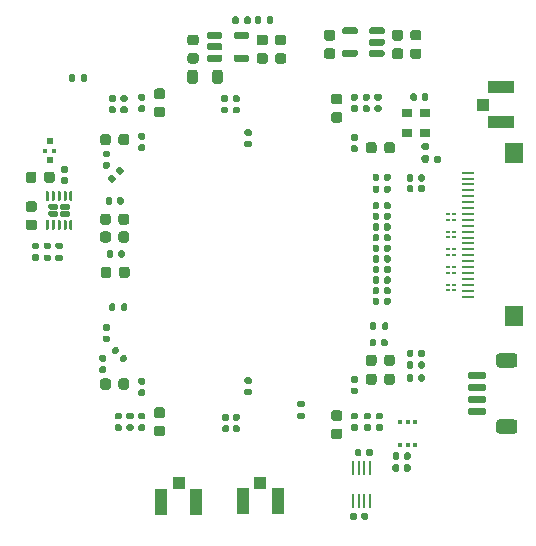
<source format=gbr>
G04 #@! TF.GenerationSoftware,KiCad,Pcbnew,(6.0.9)*
G04 #@! TF.CreationDate,2024-05-21T19:31:49-07:00*
G04 #@! TF.ProjectId,IMX294_MIPI_Breakout_Small,494d5832-3934-45f4-9d49-50495f427265,rev?*
G04 #@! TF.SameCoordinates,Original*
G04 #@! TF.FileFunction,Paste,Top*
G04 #@! TF.FilePolarity,Positive*
%FSLAX46Y46*%
G04 Gerber Fmt 4.6, Leading zero omitted, Abs format (unit mm)*
G04 Created by KiCad (PCBNEW (6.0.9)) date 2024-05-21 19:31:49*
%MOMM*%
%LPD*%
G01*
G04 APERTURE LIST*
%ADD10R,0.300000X0.230000*%
%ADD11R,0.850000X0.650000*%
%ADD12R,1.000000X1.050000*%
%ADD13R,1.050000X2.200000*%
%ADD14R,0.299999X0.449999*%
%ADD15R,1.100000X0.250000*%
%ADD16R,1.500000X1.700000*%
%ADD17R,0.254000X1.168400*%
%ADD18R,0.600000X0.600000*%
%ADD19R,0.400000X0.400000*%
%ADD20R,1.050000X1.000000*%
%ADD21R,2.200000X1.050000*%
G04 APERTURE END LIST*
D10*
G04 #@! TO.C,FL4*
X161950000Y-94790000D03*
X162450000Y-94790000D03*
X162450000Y-95270000D03*
X161950000Y-95270000D03*
G04 #@! TD*
G04 #@! TO.C,R10*
G36*
G01*
X131380000Y-81615000D02*
X131380000Y-81985000D01*
G75*
G02*
X131245000Y-82120000I-135000J0D01*
G01*
X130975000Y-82120000D01*
G75*
G02*
X130840000Y-81985000I0J135000D01*
G01*
X130840000Y-81615000D01*
G75*
G02*
X130975000Y-81480000I135000J0D01*
G01*
X131245000Y-81480000D01*
G75*
G02*
X131380000Y-81615000I0J-135000D01*
G01*
G37*
G36*
G01*
X130360000Y-81615000D02*
X130360000Y-81985000D01*
G75*
G02*
X130225000Y-82120000I-135000J0D01*
G01*
X129955000Y-82120000D01*
G75*
G02*
X129820000Y-81985000I0J135000D01*
G01*
X129820000Y-81615000D01*
G75*
G02*
X129955000Y-81480000I135000J0D01*
G01*
X130225000Y-81480000D01*
G75*
G02*
X130360000Y-81615000I0J-135000D01*
G01*
G37*
G04 #@! TD*
G04 #@! TO.C,R12*
G36*
G01*
X129185000Y-97280000D02*
X128815000Y-97280000D01*
G75*
G02*
X128680000Y-97145000I0J135000D01*
G01*
X128680000Y-96875000D01*
G75*
G02*
X128815000Y-96740000I135000J0D01*
G01*
X129185000Y-96740000D01*
G75*
G02*
X129320000Y-96875000I0J-135000D01*
G01*
X129320000Y-97145000D01*
G75*
G02*
X129185000Y-97280000I-135000J0D01*
G01*
G37*
G36*
G01*
X129185000Y-96260000D02*
X128815000Y-96260000D01*
G75*
G02*
X128680000Y-96125000I0J135000D01*
G01*
X128680000Y-95855000D01*
G75*
G02*
X128815000Y-95720000I135000J0D01*
G01*
X129185000Y-95720000D01*
G75*
G02*
X129320000Y-95855000I0J-135000D01*
G01*
X129320000Y-96125000D01*
G75*
G02*
X129185000Y-96260000I-135000J0D01*
G01*
G37*
G04 #@! TD*
D11*
G04 #@! TO.C,U5*
X158425000Y-84775000D03*
X158425000Y-86425000D03*
X159975000Y-86425000D03*
X159975000Y-84775000D03*
G04 #@! TD*
G04 #@! TO.C,C1*
G36*
G01*
X132530000Y-105240000D02*
X132870000Y-105240000D01*
G75*
G02*
X133010000Y-105380000I0J-140000D01*
G01*
X133010000Y-105660000D01*
G75*
G02*
X132870000Y-105800000I-140000J0D01*
G01*
X132530000Y-105800000D01*
G75*
G02*
X132390000Y-105660000I0J140000D01*
G01*
X132390000Y-105380000D01*
G75*
G02*
X132530000Y-105240000I140000J0D01*
G01*
G37*
G36*
G01*
X132530000Y-106200000D02*
X132870000Y-106200000D01*
G75*
G02*
X133010000Y-106340000I0J-140000D01*
G01*
X133010000Y-106620000D01*
G75*
G02*
X132870000Y-106760000I-140000J0D01*
G01*
X132530000Y-106760000D01*
G75*
G02*
X132390000Y-106620000I0J140000D01*
G01*
X132390000Y-106340000D01*
G75*
G02*
X132530000Y-106200000I140000J0D01*
G01*
G37*
G04 #@! TD*
G04 #@! TO.C,C70*
G36*
G01*
X157240000Y-113970000D02*
X157240000Y-113630000D01*
G75*
G02*
X157380000Y-113490000I140000J0D01*
G01*
X157660000Y-113490000D01*
G75*
G02*
X157800000Y-113630000I0J-140000D01*
G01*
X157800000Y-113970000D01*
G75*
G02*
X157660000Y-114110000I-140000J0D01*
G01*
X157380000Y-114110000D01*
G75*
G02*
X157240000Y-113970000I0J140000D01*
G01*
G37*
G36*
G01*
X158200000Y-113970000D02*
X158200000Y-113630000D01*
G75*
G02*
X158340000Y-113490000I140000J0D01*
G01*
X158620000Y-113490000D01*
G75*
G02*
X158760000Y-113630000I0J-140000D01*
G01*
X158760000Y-113970000D01*
G75*
G02*
X158620000Y-114110000I-140000J0D01*
G01*
X158340000Y-114110000D01*
G75*
G02*
X158200000Y-113970000I0J140000D01*
G01*
G37*
G04 #@! TD*
G04 #@! TO.C,R3*
G36*
G01*
X143670000Y-77085000D02*
X143670000Y-76715000D01*
G75*
G02*
X143805000Y-76580000I135000J0D01*
G01*
X144075000Y-76580000D01*
G75*
G02*
X144210000Y-76715000I0J-135000D01*
G01*
X144210000Y-77085000D01*
G75*
G02*
X144075000Y-77220000I-135000J0D01*
G01*
X143805000Y-77220000D01*
G75*
G02*
X143670000Y-77085000I0J135000D01*
G01*
G37*
G36*
G01*
X144690000Y-77085000D02*
X144690000Y-76715000D01*
G75*
G02*
X144825000Y-76580000I135000J0D01*
G01*
X145095000Y-76580000D01*
G75*
G02*
X145230000Y-76715000I0J-135000D01*
G01*
X145230000Y-77085000D01*
G75*
G02*
X145095000Y-77220000I-135000J0D01*
G01*
X144825000Y-77220000D01*
G75*
G02*
X144690000Y-77085000I0J135000D01*
G01*
G37*
G04 #@! TD*
G04 #@! TO.C,C36*
G36*
G01*
X145170000Y-108660000D02*
X144830000Y-108660000D01*
G75*
G02*
X144690000Y-108520000I0J140000D01*
G01*
X144690000Y-108240000D01*
G75*
G02*
X144830000Y-108100000I140000J0D01*
G01*
X145170000Y-108100000D01*
G75*
G02*
X145310000Y-108240000I0J-140000D01*
G01*
X145310000Y-108520000D01*
G75*
G02*
X145170000Y-108660000I-140000J0D01*
G01*
G37*
G36*
G01*
X145170000Y-107700000D02*
X144830000Y-107700000D01*
G75*
G02*
X144690000Y-107560000I0J140000D01*
G01*
X144690000Y-107280000D01*
G75*
G02*
X144830000Y-107140000I140000J0D01*
G01*
X145170000Y-107140000D01*
G75*
G02*
X145310000Y-107280000I0J-140000D01*
G01*
X145310000Y-107560000D01*
G75*
G02*
X145170000Y-107700000I-140000J0D01*
G01*
G37*
G04 #@! TD*
G04 #@! TO.C,C41*
G36*
G01*
X143830000Y-83260000D02*
X144170000Y-83260000D01*
G75*
G02*
X144310000Y-83400000I0J-140000D01*
G01*
X144310000Y-83680000D01*
G75*
G02*
X144170000Y-83820000I-140000J0D01*
G01*
X143830000Y-83820000D01*
G75*
G02*
X143690000Y-83680000I0J140000D01*
G01*
X143690000Y-83400000D01*
G75*
G02*
X143830000Y-83260000I140000J0D01*
G01*
G37*
G36*
G01*
X143830000Y-84220000D02*
X144170000Y-84220000D01*
G75*
G02*
X144310000Y-84360000I0J-140000D01*
G01*
X144310000Y-84640000D01*
G75*
G02*
X144170000Y-84780000I-140000J0D01*
G01*
X143830000Y-84780000D01*
G75*
G02*
X143690000Y-84640000I0J140000D01*
G01*
X143690000Y-84360000D01*
G75*
G02*
X143830000Y-84220000I140000J0D01*
G01*
G37*
G04 #@! TD*
D12*
G04 #@! TO.C,J4*
X146025000Y-116095000D03*
D13*
X144550000Y-117620000D03*
X147500000Y-117620000D03*
G04 #@! TD*
G04 #@! TO.C,C55*
G36*
G01*
X155540000Y-94570000D02*
X155540000Y-94230000D01*
G75*
G02*
X155680000Y-94090000I140000J0D01*
G01*
X155960000Y-94090000D01*
G75*
G02*
X156100000Y-94230000I0J-140000D01*
G01*
X156100000Y-94570000D01*
G75*
G02*
X155960000Y-94710000I-140000J0D01*
G01*
X155680000Y-94710000D01*
G75*
G02*
X155540000Y-94570000I0J140000D01*
G01*
G37*
G36*
G01*
X156500000Y-94570000D02*
X156500000Y-94230000D01*
G75*
G02*
X156640000Y-94090000I140000J0D01*
G01*
X156920000Y-94090000D01*
G75*
G02*
X157060000Y-94230000I0J-140000D01*
G01*
X157060000Y-94570000D01*
G75*
G02*
X156920000Y-94710000I-140000J0D01*
G01*
X156640000Y-94710000D01*
G75*
G02*
X156500000Y-94570000I0J140000D01*
G01*
G37*
G04 #@! TD*
G04 #@! TO.C,C53*
G36*
G01*
X135830000Y-110140000D02*
X136170000Y-110140000D01*
G75*
G02*
X136310000Y-110280000I0J-140000D01*
G01*
X136310000Y-110560000D01*
G75*
G02*
X136170000Y-110700000I-140000J0D01*
G01*
X135830000Y-110700000D01*
G75*
G02*
X135690000Y-110560000I0J140000D01*
G01*
X135690000Y-110280000D01*
G75*
G02*
X135830000Y-110140000I140000J0D01*
G01*
G37*
G36*
G01*
X135830000Y-111100000D02*
X136170000Y-111100000D01*
G75*
G02*
X136310000Y-111240000I0J-140000D01*
G01*
X136310000Y-111520000D01*
G75*
G02*
X136170000Y-111660000I-140000J0D01*
G01*
X135830000Y-111660000D01*
G75*
G02*
X135690000Y-111520000I0J140000D01*
G01*
X135690000Y-111240000D01*
G75*
G02*
X135830000Y-111100000I140000J0D01*
G01*
G37*
G04 #@! TD*
G04 #@! TO.C,C32*
G36*
G01*
X157425000Y-87450000D02*
X157425000Y-87950000D01*
G75*
G02*
X157200000Y-88175000I-225000J0D01*
G01*
X156750000Y-88175000D01*
G75*
G02*
X156525000Y-87950000I0J225000D01*
G01*
X156525000Y-87450000D01*
G75*
G02*
X156750000Y-87225000I225000J0D01*
G01*
X157200000Y-87225000D01*
G75*
G02*
X157425000Y-87450000I0J-225000D01*
G01*
G37*
G36*
G01*
X155875000Y-87450000D02*
X155875000Y-87950000D01*
G75*
G02*
X155650000Y-88175000I-225000J0D01*
G01*
X155200000Y-88175000D01*
G75*
G02*
X154975000Y-87950000I0J225000D01*
G01*
X154975000Y-87450000D01*
G75*
G02*
X155200000Y-87225000I225000J0D01*
G01*
X155650000Y-87225000D01*
G75*
G02*
X155875000Y-87450000I0J-225000D01*
G01*
G37*
G04 #@! TD*
D14*
G04 #@! TO.C,U6*
X159150001Y-110925001D03*
X158500000Y-110925001D03*
X157850001Y-110925001D03*
X157850001Y-112874999D03*
X158500000Y-112874999D03*
X159150001Y-112874999D03*
G04 #@! TD*
G04 #@! TO.C,C69*
G36*
G01*
X126900000Y-94675000D02*
X126400000Y-94675000D01*
G75*
G02*
X126175000Y-94450000I0J225000D01*
G01*
X126175000Y-94000000D01*
G75*
G02*
X126400000Y-93775000I225000J0D01*
G01*
X126900000Y-93775000D01*
G75*
G02*
X127125000Y-94000000I0J-225000D01*
G01*
X127125000Y-94450000D01*
G75*
G02*
X126900000Y-94675000I-225000J0D01*
G01*
G37*
G36*
G01*
X126900000Y-93125000D02*
X126400000Y-93125000D01*
G75*
G02*
X126175000Y-92900000I0J225000D01*
G01*
X126175000Y-92450000D01*
G75*
G02*
X126400000Y-92225000I225000J0D01*
G01*
X126900000Y-92225000D01*
G75*
G02*
X127125000Y-92450000I0J-225000D01*
G01*
X127125000Y-92900000D01*
G75*
G02*
X126900000Y-93125000I-225000J0D01*
G01*
G37*
G04 #@! TD*
G04 #@! TO.C,C37*
G36*
G01*
X157425000Y-107050000D02*
X157425000Y-107550000D01*
G75*
G02*
X157200000Y-107775000I-225000J0D01*
G01*
X156750000Y-107775000D01*
G75*
G02*
X156525000Y-107550000I0J225000D01*
G01*
X156525000Y-107050000D01*
G75*
G02*
X156750000Y-106825000I225000J0D01*
G01*
X157200000Y-106825000D01*
G75*
G02*
X157425000Y-107050000I0J-225000D01*
G01*
G37*
G36*
G01*
X155875000Y-107050000D02*
X155875000Y-107550000D01*
G75*
G02*
X155650000Y-107775000I-225000J0D01*
G01*
X155200000Y-107775000D01*
G75*
G02*
X154975000Y-107550000I0J225000D01*
G01*
X154975000Y-107050000D01*
G75*
G02*
X155200000Y-106825000I225000J0D01*
G01*
X155650000Y-106825000D01*
G75*
G02*
X155875000Y-107050000I0J-225000D01*
G01*
G37*
G04 #@! TD*
G04 #@! TO.C,C4*
G36*
G01*
X134757609Y-105617193D02*
X134517193Y-105857609D01*
G75*
G02*
X134319203Y-105857609I-98995J98995D01*
G01*
X134121213Y-105659619D01*
G75*
G02*
X134121213Y-105461629I98995J98995D01*
G01*
X134361629Y-105221213D01*
G75*
G02*
X134559619Y-105221213I98995J-98995D01*
G01*
X134757609Y-105419203D01*
G75*
G02*
X134757609Y-105617193I-98995J-98995D01*
G01*
G37*
G36*
G01*
X134078787Y-104938371D02*
X133838371Y-105178787D01*
G75*
G02*
X133640381Y-105178787I-98995J98995D01*
G01*
X133442391Y-104980797D01*
G75*
G02*
X133442391Y-104782807I98995J98995D01*
G01*
X133682807Y-104542391D01*
G75*
G02*
X133880797Y-104542391I98995J-98995D01*
G01*
X134078787Y-104740381D01*
G75*
G02*
X134078787Y-104938371I-98995J-98995D01*
G01*
G37*
G04 #@! TD*
G04 #@! TO.C,C18*
G36*
G01*
X155170000Y-84660000D02*
X154830000Y-84660000D01*
G75*
G02*
X154690000Y-84520000I0J140000D01*
G01*
X154690000Y-84240000D01*
G75*
G02*
X154830000Y-84100000I140000J0D01*
G01*
X155170000Y-84100000D01*
G75*
G02*
X155310000Y-84240000I0J-140000D01*
G01*
X155310000Y-84520000D01*
G75*
G02*
X155170000Y-84660000I-140000J0D01*
G01*
G37*
G36*
G01*
X155170000Y-83700000D02*
X154830000Y-83700000D01*
G75*
G02*
X154690000Y-83560000I0J140000D01*
G01*
X154690000Y-83280000D01*
G75*
G02*
X154830000Y-83140000I140000J0D01*
G01*
X155170000Y-83140000D01*
G75*
G02*
X155310000Y-83280000I0J-140000D01*
G01*
X155310000Y-83560000D01*
G75*
G02*
X155170000Y-83700000I-140000J0D01*
G01*
G37*
G04 #@! TD*
G04 #@! TO.C,R1*
G36*
G01*
X134780000Y-101015000D02*
X134780000Y-101385000D01*
G75*
G02*
X134645000Y-101520000I-135000J0D01*
G01*
X134375000Y-101520000D01*
G75*
G02*
X134240000Y-101385000I0J135000D01*
G01*
X134240000Y-101015000D01*
G75*
G02*
X134375000Y-100880000I135000J0D01*
G01*
X134645000Y-100880000D01*
G75*
G02*
X134780000Y-101015000I0J-135000D01*
G01*
G37*
G36*
G01*
X133760000Y-101015000D02*
X133760000Y-101385000D01*
G75*
G02*
X133625000Y-101520000I-135000J0D01*
G01*
X133355000Y-101520000D01*
G75*
G02*
X133220000Y-101385000I0J135000D01*
G01*
X133220000Y-101015000D01*
G75*
G02*
X133355000Y-100880000I135000J0D01*
G01*
X133625000Y-100880000D01*
G75*
G02*
X133760000Y-101015000I0J-135000D01*
G01*
G37*
G04 #@! TD*
G04 #@! TO.C,C45*
G36*
G01*
X132940000Y-92370000D02*
X132940000Y-92030000D01*
G75*
G02*
X133080000Y-91890000I140000J0D01*
G01*
X133360000Y-91890000D01*
G75*
G02*
X133500000Y-92030000I0J-140000D01*
G01*
X133500000Y-92370000D01*
G75*
G02*
X133360000Y-92510000I-140000J0D01*
G01*
X133080000Y-92510000D01*
G75*
G02*
X132940000Y-92370000I0J140000D01*
G01*
G37*
G36*
G01*
X133900000Y-92370000D02*
X133900000Y-92030000D01*
G75*
G02*
X134040000Y-91890000I140000J0D01*
G01*
X134320000Y-91890000D01*
G75*
G02*
X134460000Y-92030000I0J-140000D01*
G01*
X134460000Y-92370000D01*
G75*
G02*
X134320000Y-92510000I-140000J0D01*
G01*
X134040000Y-92510000D01*
G75*
G02*
X133900000Y-92370000I0J140000D01*
G01*
G37*
G04 #@! TD*
G04 #@! TO.C,C6*
G36*
G01*
X134560000Y-96530000D02*
X134560000Y-96870000D01*
G75*
G02*
X134420000Y-97010000I-140000J0D01*
G01*
X134140000Y-97010000D01*
G75*
G02*
X134000000Y-96870000I0J140000D01*
G01*
X134000000Y-96530000D01*
G75*
G02*
X134140000Y-96390000I140000J0D01*
G01*
X134420000Y-96390000D01*
G75*
G02*
X134560000Y-96530000I0J-140000D01*
G01*
G37*
G36*
G01*
X133600000Y-96530000D02*
X133600000Y-96870000D01*
G75*
G02*
X133460000Y-97010000I-140000J0D01*
G01*
X133180000Y-97010000D01*
G75*
G02*
X133040000Y-96870000I0J140000D01*
G01*
X133040000Y-96530000D01*
G75*
G02*
X133180000Y-96390000I140000J0D01*
G01*
X133460000Y-96390000D01*
G75*
G02*
X133600000Y-96530000I0J-140000D01*
G01*
G37*
G04 #@! TD*
G04 #@! TO.C,C68*
G36*
G01*
X126830000Y-95740000D02*
X127170000Y-95740000D01*
G75*
G02*
X127310000Y-95880000I0J-140000D01*
G01*
X127310000Y-96160000D01*
G75*
G02*
X127170000Y-96300000I-140000J0D01*
G01*
X126830000Y-96300000D01*
G75*
G02*
X126690000Y-96160000I0J140000D01*
G01*
X126690000Y-95880000D01*
G75*
G02*
X126830000Y-95740000I140000J0D01*
G01*
G37*
G36*
G01*
X126830000Y-96700000D02*
X127170000Y-96700000D01*
G75*
G02*
X127310000Y-96840000I0J-140000D01*
G01*
X127310000Y-97120000D01*
G75*
G02*
X127170000Y-97260000I-140000J0D01*
G01*
X126830000Y-97260000D01*
G75*
G02*
X126690000Y-97120000I0J140000D01*
G01*
X126690000Y-96840000D01*
G75*
G02*
X126830000Y-96700000I140000J0D01*
G01*
G37*
G04 #@! TD*
G04 #@! TO.C,C17*
G36*
G01*
X133670000Y-84760000D02*
X133330000Y-84760000D01*
G75*
G02*
X133190000Y-84620000I0J140000D01*
G01*
X133190000Y-84340000D01*
G75*
G02*
X133330000Y-84200000I140000J0D01*
G01*
X133670000Y-84200000D01*
G75*
G02*
X133810000Y-84340000I0J-140000D01*
G01*
X133810000Y-84620000D01*
G75*
G02*
X133670000Y-84760000I-140000J0D01*
G01*
G37*
G36*
G01*
X133670000Y-83800000D02*
X133330000Y-83800000D01*
G75*
G02*
X133190000Y-83660000I0J140000D01*
G01*
X133190000Y-83380000D01*
G75*
G02*
X133330000Y-83240000I140000J0D01*
G01*
X133670000Y-83240000D01*
G75*
G02*
X133810000Y-83380000I0J-140000D01*
G01*
X133810000Y-83660000D01*
G75*
G02*
X133670000Y-83800000I-140000J0D01*
G01*
G37*
G04 #@! TD*
G04 #@! TO.C,C66*
G36*
G01*
X154170000Y-108560000D02*
X153830000Y-108560000D01*
G75*
G02*
X153690000Y-108420000I0J140000D01*
G01*
X153690000Y-108140000D01*
G75*
G02*
X153830000Y-108000000I140000J0D01*
G01*
X154170000Y-108000000D01*
G75*
G02*
X154310000Y-108140000I0J-140000D01*
G01*
X154310000Y-108420000D01*
G75*
G02*
X154170000Y-108560000I-140000J0D01*
G01*
G37*
G36*
G01*
X154170000Y-107600000D02*
X153830000Y-107600000D01*
G75*
G02*
X153690000Y-107460000I0J140000D01*
G01*
X153690000Y-107180000D01*
G75*
G02*
X153830000Y-107040000I140000J0D01*
G01*
X154170000Y-107040000D01*
G75*
G02*
X154310000Y-107180000I0J-140000D01*
G01*
X154310000Y-107460000D01*
G75*
G02*
X154170000Y-107600000I-140000J0D01*
G01*
G37*
G04 #@! TD*
G04 #@! TO.C,C43*
G36*
G01*
X155540000Y-99970000D02*
X155540000Y-99630000D01*
G75*
G02*
X155680000Y-99490000I140000J0D01*
G01*
X155960000Y-99490000D01*
G75*
G02*
X156100000Y-99630000I0J-140000D01*
G01*
X156100000Y-99970000D01*
G75*
G02*
X155960000Y-100110000I-140000J0D01*
G01*
X155680000Y-100110000D01*
G75*
G02*
X155540000Y-99970000I0J140000D01*
G01*
G37*
G36*
G01*
X156500000Y-99970000D02*
X156500000Y-99630000D01*
G75*
G02*
X156640000Y-99490000I140000J0D01*
G01*
X156920000Y-99490000D01*
G75*
G02*
X157060000Y-99630000I0J-140000D01*
G01*
X157060000Y-99970000D01*
G75*
G02*
X156920000Y-100110000I-140000J0D01*
G01*
X156640000Y-100110000D01*
G75*
G02*
X156500000Y-99970000I0J140000D01*
G01*
G37*
G04 #@! TD*
G04 #@! TO.C,C46*
G36*
G01*
X155540000Y-90370000D02*
X155540000Y-90030000D01*
G75*
G02*
X155680000Y-89890000I140000J0D01*
G01*
X155960000Y-89890000D01*
G75*
G02*
X156100000Y-90030000I0J-140000D01*
G01*
X156100000Y-90370000D01*
G75*
G02*
X155960000Y-90510000I-140000J0D01*
G01*
X155680000Y-90510000D01*
G75*
G02*
X155540000Y-90370000I0J140000D01*
G01*
G37*
G36*
G01*
X156500000Y-90370000D02*
X156500000Y-90030000D01*
G75*
G02*
X156640000Y-89890000I140000J0D01*
G01*
X156920000Y-89890000D01*
G75*
G02*
X157060000Y-90030000I0J-140000D01*
G01*
X157060000Y-90370000D01*
G75*
G02*
X156920000Y-90510000I-140000J0D01*
G01*
X156640000Y-90510000D01*
G75*
G02*
X156500000Y-90370000I0J140000D01*
G01*
G37*
G04 #@! TD*
G04 #@! TO.C,C62*
G36*
G01*
X153830000Y-110140000D02*
X154170000Y-110140000D01*
G75*
G02*
X154310000Y-110280000I0J-140000D01*
G01*
X154310000Y-110560000D01*
G75*
G02*
X154170000Y-110700000I-140000J0D01*
G01*
X153830000Y-110700000D01*
G75*
G02*
X153690000Y-110560000I0J140000D01*
G01*
X153690000Y-110280000D01*
G75*
G02*
X153830000Y-110140000I140000J0D01*
G01*
G37*
G36*
G01*
X153830000Y-111100000D02*
X154170000Y-111100000D01*
G75*
G02*
X154310000Y-111240000I0J-140000D01*
G01*
X154310000Y-111520000D01*
G75*
G02*
X154170000Y-111660000I-140000J0D01*
G01*
X153830000Y-111660000D01*
G75*
G02*
X153690000Y-111520000I0J140000D01*
G01*
X153690000Y-111240000D01*
G75*
G02*
X153830000Y-111100000I140000J0D01*
G01*
G37*
G04 #@! TD*
G04 #@! TO.C,R5*
G36*
G01*
X160185000Y-88880000D02*
X159815000Y-88880000D01*
G75*
G02*
X159680000Y-88745000I0J135000D01*
G01*
X159680000Y-88475000D01*
G75*
G02*
X159815000Y-88340000I135000J0D01*
G01*
X160185000Y-88340000D01*
G75*
G02*
X160320000Y-88475000I0J-135000D01*
G01*
X160320000Y-88745000D01*
G75*
G02*
X160185000Y-88880000I-135000J0D01*
G01*
G37*
G36*
G01*
X160185000Y-87860000D02*
X159815000Y-87860000D01*
G75*
G02*
X159680000Y-87725000I0J135000D01*
G01*
X159680000Y-87455000D01*
G75*
G02*
X159815000Y-87320000I135000J0D01*
G01*
X160185000Y-87320000D01*
G75*
G02*
X160320000Y-87455000I0J-135000D01*
G01*
X160320000Y-87725000D01*
G75*
G02*
X160185000Y-87860000I-135000J0D01*
G01*
G37*
G04 #@! TD*
G04 #@! TO.C,C5*
G36*
G01*
X134925000Y-95000000D02*
X134925000Y-95500000D01*
G75*
G02*
X134700000Y-95725000I-225000J0D01*
G01*
X134250000Y-95725000D01*
G75*
G02*
X134025000Y-95500000I0J225000D01*
G01*
X134025000Y-95000000D01*
G75*
G02*
X134250000Y-94775000I225000J0D01*
G01*
X134700000Y-94775000D01*
G75*
G02*
X134925000Y-95000000I0J-225000D01*
G01*
G37*
G36*
G01*
X133375000Y-95000000D02*
X133375000Y-95500000D01*
G75*
G02*
X133150000Y-95725000I-225000J0D01*
G01*
X132700000Y-95725000D01*
G75*
G02*
X132475000Y-95500000I0J225000D01*
G01*
X132475000Y-95000000D01*
G75*
G02*
X132700000Y-94775000I225000J0D01*
G01*
X133150000Y-94775000D01*
G75*
G02*
X133375000Y-95000000I0J-225000D01*
G01*
G37*
G04 #@! TD*
G04 #@! TO.C,C24*
G36*
G01*
X155540000Y-96370000D02*
X155540000Y-96030000D01*
G75*
G02*
X155680000Y-95890000I140000J0D01*
G01*
X155960000Y-95890000D01*
G75*
G02*
X156100000Y-96030000I0J-140000D01*
G01*
X156100000Y-96370000D01*
G75*
G02*
X155960000Y-96510000I-140000J0D01*
G01*
X155680000Y-96510000D01*
G75*
G02*
X155540000Y-96370000I0J140000D01*
G01*
G37*
G36*
G01*
X156500000Y-96370000D02*
X156500000Y-96030000D01*
G75*
G02*
X156640000Y-95890000I140000J0D01*
G01*
X156920000Y-95890000D01*
G75*
G02*
X157060000Y-96030000I0J-140000D01*
G01*
X157060000Y-96370000D01*
G75*
G02*
X156920000Y-96510000I-140000J0D01*
G01*
X156640000Y-96510000D01*
G75*
G02*
X156500000Y-96370000I0J140000D01*
G01*
G37*
G04 #@! TD*
G04 #@! TO.C,C44*
G36*
G01*
X132475000Y-94000000D02*
X132475000Y-93500000D01*
G75*
G02*
X132700000Y-93275000I225000J0D01*
G01*
X133150000Y-93275000D01*
G75*
G02*
X133375000Y-93500000I0J-225000D01*
G01*
X133375000Y-94000000D01*
G75*
G02*
X133150000Y-94225000I-225000J0D01*
G01*
X132700000Y-94225000D01*
G75*
G02*
X132475000Y-94000000I0J225000D01*
G01*
G37*
G36*
G01*
X134025000Y-94000000D02*
X134025000Y-93500000D01*
G75*
G02*
X134250000Y-93275000I225000J0D01*
G01*
X134700000Y-93275000D01*
G75*
G02*
X134925000Y-93500000I0J-225000D01*
G01*
X134925000Y-94000000D01*
G75*
G02*
X134700000Y-94225000I-225000J0D01*
G01*
X134250000Y-94225000D01*
G75*
G02*
X134025000Y-94000000I0J225000D01*
G01*
G37*
G04 #@! TD*
G04 #@! TO.C,C28*
G36*
G01*
X144830000Y-86140000D02*
X145170000Y-86140000D01*
G75*
G02*
X145310000Y-86280000I0J-140000D01*
G01*
X145310000Y-86560000D01*
G75*
G02*
X145170000Y-86700000I-140000J0D01*
G01*
X144830000Y-86700000D01*
G75*
G02*
X144690000Y-86560000I0J140000D01*
G01*
X144690000Y-86280000D01*
G75*
G02*
X144830000Y-86140000I140000J0D01*
G01*
G37*
G36*
G01*
X144830000Y-87100000D02*
X145170000Y-87100000D01*
G75*
G02*
X145310000Y-87240000I0J-140000D01*
G01*
X145310000Y-87520000D01*
G75*
G02*
X145170000Y-87660000I-140000J0D01*
G01*
X144830000Y-87660000D01*
G75*
G02*
X144690000Y-87520000I0J140000D01*
G01*
X144690000Y-87240000D01*
G75*
G02*
X144830000Y-87100000I140000J0D01*
G01*
G37*
G04 #@! TD*
G04 #@! TO.C,R4*
G36*
G01*
X145570000Y-77085000D02*
X145570000Y-76715000D01*
G75*
G02*
X145705000Y-76580000I135000J0D01*
G01*
X145975000Y-76580000D01*
G75*
G02*
X146110000Y-76715000I0J-135000D01*
G01*
X146110000Y-77085000D01*
G75*
G02*
X145975000Y-77220000I-135000J0D01*
G01*
X145705000Y-77220000D01*
G75*
G02*
X145570000Y-77085000I0J135000D01*
G01*
G37*
G36*
G01*
X146590000Y-77085000D02*
X146590000Y-76715000D01*
G75*
G02*
X146725000Y-76580000I135000J0D01*
G01*
X146995000Y-76580000D01*
G75*
G02*
X147130000Y-76715000I0J-135000D01*
G01*
X147130000Y-77085000D01*
G75*
G02*
X146995000Y-77220000I-135000J0D01*
G01*
X146725000Y-77220000D01*
G75*
G02*
X146590000Y-77085000I0J135000D01*
G01*
G37*
G04 #@! TD*
G04 #@! TO.C,U3*
G36*
G01*
X156550000Y-79550000D02*
X156550000Y-79850000D01*
G75*
G02*
X156400000Y-80000000I-150000J0D01*
G01*
X155375000Y-80000000D01*
G75*
G02*
X155225000Y-79850000I0J150000D01*
G01*
X155225000Y-79550000D01*
G75*
G02*
X155375000Y-79400000I150000J0D01*
G01*
X156400000Y-79400000D01*
G75*
G02*
X156550000Y-79550000I0J-150000D01*
G01*
G37*
G36*
G01*
X156550000Y-78600000D02*
X156550000Y-78900000D01*
G75*
G02*
X156400000Y-79050000I-150000J0D01*
G01*
X155375000Y-79050000D01*
G75*
G02*
X155225000Y-78900000I0J150000D01*
G01*
X155225000Y-78600000D01*
G75*
G02*
X155375000Y-78450000I150000J0D01*
G01*
X156400000Y-78450000D01*
G75*
G02*
X156550000Y-78600000I0J-150000D01*
G01*
G37*
G36*
G01*
X156550000Y-77650000D02*
X156550000Y-77950000D01*
G75*
G02*
X156400000Y-78100000I-150000J0D01*
G01*
X155375000Y-78100000D01*
G75*
G02*
X155225000Y-77950000I0J150000D01*
G01*
X155225000Y-77650000D01*
G75*
G02*
X155375000Y-77500000I150000J0D01*
G01*
X156400000Y-77500000D01*
G75*
G02*
X156550000Y-77650000I0J-150000D01*
G01*
G37*
G36*
G01*
X154275000Y-77650000D02*
X154275000Y-77950000D01*
G75*
G02*
X154125000Y-78100000I-150000J0D01*
G01*
X153100000Y-78100000D01*
G75*
G02*
X152950000Y-77950000I0J150000D01*
G01*
X152950000Y-77650000D01*
G75*
G02*
X153100000Y-77500000I150000J0D01*
G01*
X154125000Y-77500000D01*
G75*
G02*
X154275000Y-77650000I0J-150000D01*
G01*
G37*
G36*
G01*
X154275000Y-79550000D02*
X154275000Y-79850000D01*
G75*
G02*
X154125000Y-80000000I-150000J0D01*
G01*
X153100000Y-80000000D01*
G75*
G02*
X152950000Y-79850000I0J150000D01*
G01*
X152950000Y-79550000D01*
G75*
G02*
X153100000Y-79400000I150000J0D01*
G01*
X154125000Y-79400000D01*
G75*
G02*
X154275000Y-79550000I0J-150000D01*
G01*
G37*
G04 #@! TD*
G04 #@! TO.C,C21*
G36*
G01*
X137750000Y-85125000D02*
X137250000Y-85125000D01*
G75*
G02*
X137025000Y-84900000I0J225000D01*
G01*
X137025000Y-84450000D01*
G75*
G02*
X137250000Y-84225000I225000J0D01*
G01*
X137750000Y-84225000D01*
G75*
G02*
X137975000Y-84450000I0J-225000D01*
G01*
X137975000Y-84900000D01*
G75*
G02*
X137750000Y-85125000I-225000J0D01*
G01*
G37*
G36*
G01*
X137750000Y-83575000D02*
X137250000Y-83575000D01*
G75*
G02*
X137025000Y-83350000I0J225000D01*
G01*
X137025000Y-82900000D01*
G75*
G02*
X137250000Y-82675000I225000J0D01*
G01*
X137750000Y-82675000D01*
G75*
G02*
X137975000Y-82900000I0J-225000D01*
G01*
X137975000Y-83350000D01*
G75*
G02*
X137750000Y-83575000I-225000J0D01*
G01*
G37*
G04 #@! TD*
D10*
G04 #@! TO.C,FL2*
X161950000Y-97790000D03*
X162450000Y-97790000D03*
X162450000Y-98270000D03*
X161950000Y-98270000D03*
G04 #@! TD*
G04 #@! TO.C,C38*
G36*
G01*
X143170000Y-84780000D02*
X142830000Y-84780000D01*
G75*
G02*
X142690000Y-84640000I0J140000D01*
G01*
X142690000Y-84360000D01*
G75*
G02*
X142830000Y-84220000I140000J0D01*
G01*
X143170000Y-84220000D01*
G75*
G02*
X143310000Y-84360000I0J-140000D01*
G01*
X143310000Y-84640000D01*
G75*
G02*
X143170000Y-84780000I-140000J0D01*
G01*
G37*
G36*
G01*
X143170000Y-83820000D02*
X142830000Y-83820000D01*
G75*
G02*
X142690000Y-83680000I0J140000D01*
G01*
X142690000Y-83400000D01*
G75*
G02*
X142830000Y-83260000I140000J0D01*
G01*
X143170000Y-83260000D01*
G75*
G02*
X143310000Y-83400000I0J-140000D01*
G01*
X143310000Y-83680000D01*
G75*
G02*
X143170000Y-83820000I-140000J0D01*
G01*
G37*
G04 #@! TD*
G04 #@! TO.C,C61*
G36*
G01*
X158440000Y-105270000D02*
X158440000Y-104930000D01*
G75*
G02*
X158580000Y-104790000I140000J0D01*
G01*
X158860000Y-104790000D01*
G75*
G02*
X159000000Y-104930000I0J-140000D01*
G01*
X159000000Y-105270000D01*
G75*
G02*
X158860000Y-105410000I-140000J0D01*
G01*
X158580000Y-105410000D01*
G75*
G02*
X158440000Y-105270000I0J140000D01*
G01*
G37*
G36*
G01*
X159400000Y-105270000D02*
X159400000Y-104930000D01*
G75*
G02*
X159540000Y-104790000I140000J0D01*
G01*
X159820000Y-104790000D01*
G75*
G02*
X159960000Y-104930000I0J-140000D01*
G01*
X159960000Y-105270000D01*
G75*
G02*
X159820000Y-105410000I-140000J0D01*
G01*
X159540000Y-105410000D01*
G75*
G02*
X159400000Y-105270000I0J140000D01*
G01*
G37*
G04 #@! TD*
G04 #@! TO.C,C52*
G36*
G01*
X158440000Y-90420000D02*
X158440000Y-90080000D01*
G75*
G02*
X158580000Y-89940000I140000J0D01*
G01*
X158860000Y-89940000D01*
G75*
G02*
X159000000Y-90080000I0J-140000D01*
G01*
X159000000Y-90420000D01*
G75*
G02*
X158860000Y-90560000I-140000J0D01*
G01*
X158580000Y-90560000D01*
G75*
G02*
X158440000Y-90420000I0J140000D01*
G01*
G37*
G36*
G01*
X159400000Y-90420000D02*
X159400000Y-90080000D01*
G75*
G02*
X159540000Y-89940000I140000J0D01*
G01*
X159820000Y-89940000D01*
G75*
G02*
X159960000Y-90080000I0J-140000D01*
G01*
X159960000Y-90420000D01*
G75*
G02*
X159820000Y-90560000I-140000J0D01*
G01*
X159540000Y-90560000D01*
G75*
G02*
X159400000Y-90420000I0J140000D01*
G01*
G37*
G04 #@! TD*
G04 #@! TO.C,C60*
G36*
G01*
X157060000Y-93330000D02*
X157060000Y-93670000D01*
G75*
G02*
X156920000Y-93810000I-140000J0D01*
G01*
X156640000Y-93810000D01*
G75*
G02*
X156500000Y-93670000I0J140000D01*
G01*
X156500000Y-93330000D01*
G75*
G02*
X156640000Y-93190000I140000J0D01*
G01*
X156920000Y-93190000D01*
G75*
G02*
X157060000Y-93330000I0J-140000D01*
G01*
G37*
G36*
G01*
X156100000Y-93330000D02*
X156100000Y-93670000D01*
G75*
G02*
X155960000Y-93810000I-140000J0D01*
G01*
X155680000Y-93810000D01*
G75*
G02*
X155540000Y-93670000I0J140000D01*
G01*
X155540000Y-93330000D01*
G75*
G02*
X155680000Y-93190000I140000J0D01*
G01*
X155960000Y-93190000D01*
G75*
G02*
X156100000Y-93330000I0J-140000D01*
G01*
G37*
G04 #@! TD*
G04 #@! TO.C,C49*
G36*
G01*
X143270000Y-111760000D02*
X142930000Y-111760000D01*
G75*
G02*
X142790000Y-111620000I0J140000D01*
G01*
X142790000Y-111340000D01*
G75*
G02*
X142930000Y-111200000I140000J0D01*
G01*
X143270000Y-111200000D01*
G75*
G02*
X143410000Y-111340000I0J-140000D01*
G01*
X143410000Y-111620000D01*
G75*
G02*
X143270000Y-111760000I-140000J0D01*
G01*
G37*
G36*
G01*
X143270000Y-110800000D02*
X142930000Y-110800000D01*
G75*
G02*
X142790000Y-110660000I0J140000D01*
G01*
X142790000Y-110380000D01*
G75*
G02*
X142930000Y-110240000I140000J0D01*
G01*
X143270000Y-110240000D01*
G75*
G02*
X143410000Y-110380000I0J-140000D01*
G01*
X143410000Y-110660000D01*
G75*
G02*
X143270000Y-110800000I-140000J0D01*
G01*
G37*
G04 #@! TD*
G04 #@! TO.C,C13*
G36*
G01*
X152150000Y-80175000D02*
X151650000Y-80175000D01*
G75*
G02*
X151425000Y-79950000I0J225000D01*
G01*
X151425000Y-79500000D01*
G75*
G02*
X151650000Y-79275000I225000J0D01*
G01*
X152150000Y-79275000D01*
G75*
G02*
X152375000Y-79500000I0J-225000D01*
G01*
X152375000Y-79950000D01*
G75*
G02*
X152150000Y-80175000I-225000J0D01*
G01*
G37*
G36*
G01*
X152150000Y-78625000D02*
X151650000Y-78625000D01*
G75*
G02*
X151425000Y-78400000I0J225000D01*
G01*
X151425000Y-77950000D01*
G75*
G02*
X151650000Y-77725000I225000J0D01*
G01*
X152150000Y-77725000D01*
G75*
G02*
X152375000Y-77950000I0J-225000D01*
G01*
X152375000Y-78400000D01*
G75*
G02*
X152150000Y-78625000I-225000J0D01*
G01*
G37*
G04 #@! TD*
G04 #@! TO.C,J1*
G36*
G01*
X163750000Y-106700000D02*
X165000000Y-106700000D01*
G75*
G02*
X165150000Y-106850000I0J-150000D01*
G01*
X165150000Y-107150000D01*
G75*
G02*
X165000000Y-107300000I-150000J0D01*
G01*
X163750000Y-107300000D01*
G75*
G02*
X163600000Y-107150000I0J150000D01*
G01*
X163600000Y-106850000D01*
G75*
G02*
X163750000Y-106700000I150000J0D01*
G01*
G37*
G36*
G01*
X163750000Y-107700000D02*
X165000000Y-107700000D01*
G75*
G02*
X165150000Y-107850000I0J-150000D01*
G01*
X165150000Y-108150000D01*
G75*
G02*
X165000000Y-108300000I-150000J0D01*
G01*
X163750000Y-108300000D01*
G75*
G02*
X163600000Y-108150000I0J150000D01*
G01*
X163600000Y-107850000D01*
G75*
G02*
X163750000Y-107700000I150000J0D01*
G01*
G37*
G36*
G01*
X163750000Y-108700000D02*
X165000000Y-108700000D01*
G75*
G02*
X165150000Y-108850000I0J-150000D01*
G01*
X165150000Y-109150000D01*
G75*
G02*
X165000000Y-109300000I-150000J0D01*
G01*
X163750000Y-109300000D01*
G75*
G02*
X163600000Y-109150000I0J150000D01*
G01*
X163600000Y-108850000D01*
G75*
G02*
X163750000Y-108700000I150000J0D01*
G01*
G37*
G36*
G01*
X163750000Y-109700000D02*
X165000000Y-109700000D01*
G75*
G02*
X165150000Y-109850000I0J-150000D01*
G01*
X165150000Y-110150000D01*
G75*
G02*
X165000000Y-110300000I-150000J0D01*
G01*
X163750000Y-110300000D01*
G75*
G02*
X163600000Y-110150000I0J150000D01*
G01*
X163600000Y-109850000D01*
G75*
G02*
X163750000Y-109700000I150000J0D01*
G01*
G37*
G36*
G01*
X166250000Y-110700000D02*
X167550000Y-110700000D01*
G75*
G02*
X167800000Y-110950000I0J-250000D01*
G01*
X167800000Y-111650000D01*
G75*
G02*
X167550000Y-111900000I-250000J0D01*
G01*
X166250000Y-111900000D01*
G75*
G02*
X166000000Y-111650000I0J250000D01*
G01*
X166000000Y-110950000D01*
G75*
G02*
X166250000Y-110700000I250000J0D01*
G01*
G37*
G36*
G01*
X166250000Y-105100000D02*
X167550000Y-105100000D01*
G75*
G02*
X167800000Y-105350000I0J-250000D01*
G01*
X167800000Y-106050000D01*
G75*
G02*
X167550000Y-106300000I-250000J0D01*
G01*
X166250000Y-106300000D01*
G75*
G02*
X166000000Y-106050000I0J250000D01*
G01*
X166000000Y-105350000D01*
G75*
G02*
X166250000Y-105100000I250000J0D01*
G01*
G37*
G04 #@! TD*
G04 #@! TO.C,C31*
G36*
G01*
X135170000Y-111660000D02*
X134830000Y-111660000D01*
G75*
G02*
X134690000Y-111520000I0J140000D01*
G01*
X134690000Y-111240000D01*
G75*
G02*
X134830000Y-111100000I140000J0D01*
G01*
X135170000Y-111100000D01*
G75*
G02*
X135310000Y-111240000I0J-140000D01*
G01*
X135310000Y-111520000D01*
G75*
G02*
X135170000Y-111660000I-140000J0D01*
G01*
G37*
G36*
G01*
X135170000Y-110700000D02*
X134830000Y-110700000D01*
G75*
G02*
X134690000Y-110560000I0J140000D01*
G01*
X134690000Y-110280000D01*
G75*
G02*
X134830000Y-110140000I140000J0D01*
G01*
X135170000Y-110140000D01*
G75*
G02*
X135310000Y-110280000I0J-140000D01*
G01*
X135310000Y-110560000D01*
G75*
G02*
X135170000Y-110700000I-140000J0D01*
G01*
G37*
G04 #@! TD*
G04 #@! TO.C,C7*
G36*
G01*
X134975000Y-98000000D02*
X134975000Y-98500000D01*
G75*
G02*
X134750000Y-98725000I-225000J0D01*
G01*
X134300000Y-98725000D01*
G75*
G02*
X134075000Y-98500000I0J225000D01*
G01*
X134075000Y-98000000D01*
G75*
G02*
X134300000Y-97775000I225000J0D01*
G01*
X134750000Y-97775000D01*
G75*
G02*
X134975000Y-98000000I0J-225000D01*
G01*
G37*
G36*
G01*
X133425000Y-98000000D02*
X133425000Y-98500000D01*
G75*
G02*
X133200000Y-98725000I-225000J0D01*
G01*
X132750000Y-98725000D01*
G75*
G02*
X132525000Y-98500000I0J225000D01*
G01*
X132525000Y-98000000D01*
G75*
G02*
X132750000Y-97775000I225000J0D01*
G01*
X133200000Y-97775000D01*
G75*
G02*
X133425000Y-98000000I0J-225000D01*
G01*
G37*
G04 #@! TD*
G04 #@! TO.C,L1*
G36*
G01*
X142850000Y-81318750D02*
X142850000Y-82081250D01*
G75*
G02*
X142631250Y-82300000I-218750J0D01*
G01*
X142193750Y-82300000D01*
G75*
G02*
X141975000Y-82081250I0J218750D01*
G01*
X141975000Y-81318750D01*
G75*
G02*
X142193750Y-81100000I218750J0D01*
G01*
X142631250Y-81100000D01*
G75*
G02*
X142850000Y-81318750I0J-218750D01*
G01*
G37*
G36*
G01*
X140725000Y-81318750D02*
X140725000Y-82081250D01*
G75*
G02*
X140506250Y-82300000I-218750J0D01*
G01*
X140068750Y-82300000D01*
G75*
G02*
X139850000Y-82081250I0J218750D01*
G01*
X139850000Y-81318750D01*
G75*
G02*
X140068750Y-81100000I218750J0D01*
G01*
X140506250Y-81100000D01*
G75*
G02*
X140725000Y-81318750I0J-218750D01*
G01*
G37*
G04 #@! TD*
G04 #@! TO.C,C42*
G36*
G01*
X157060000Y-91030000D02*
X157060000Y-91370000D01*
G75*
G02*
X156920000Y-91510000I-140000J0D01*
G01*
X156640000Y-91510000D01*
G75*
G02*
X156500000Y-91370000I0J140000D01*
G01*
X156500000Y-91030000D01*
G75*
G02*
X156640000Y-90890000I140000J0D01*
G01*
X156920000Y-90890000D01*
G75*
G02*
X157060000Y-91030000I0J-140000D01*
G01*
G37*
G36*
G01*
X156100000Y-91030000D02*
X156100000Y-91370000D01*
G75*
G02*
X155960000Y-91510000I-140000J0D01*
G01*
X155680000Y-91510000D01*
G75*
G02*
X155540000Y-91370000I0J140000D01*
G01*
X155540000Y-91030000D01*
G75*
G02*
X155680000Y-90890000I140000J0D01*
G01*
X155960000Y-90890000D01*
G75*
G02*
X156100000Y-91030000I0J-140000D01*
G01*
G37*
G04 #@! TD*
G04 #@! TO.C,FB3*
G36*
G01*
X148006250Y-80575000D02*
X147493750Y-80575000D01*
G75*
G02*
X147275000Y-80356250I0J218750D01*
G01*
X147275000Y-79918750D01*
G75*
G02*
X147493750Y-79700000I218750J0D01*
G01*
X148006250Y-79700000D01*
G75*
G02*
X148225000Y-79918750I0J-218750D01*
G01*
X148225000Y-80356250D01*
G75*
G02*
X148006250Y-80575000I-218750J0D01*
G01*
G37*
G36*
G01*
X148006250Y-79000000D02*
X147493750Y-79000000D01*
G75*
G02*
X147275000Y-78781250I0J218750D01*
G01*
X147275000Y-78343750D01*
G75*
G02*
X147493750Y-78125000I218750J0D01*
G01*
X148006250Y-78125000D01*
G75*
G02*
X148225000Y-78343750I0J-218750D01*
G01*
X148225000Y-78781250D01*
G75*
G02*
X148006250Y-79000000I-218750J0D01*
G01*
G37*
G04 #@! TD*
G04 #@! TO.C,C35*
G36*
G01*
X152750000Y-85575000D02*
X152250000Y-85575000D01*
G75*
G02*
X152025000Y-85350000I0J225000D01*
G01*
X152025000Y-84900000D01*
G75*
G02*
X152250000Y-84675000I225000J0D01*
G01*
X152750000Y-84675000D01*
G75*
G02*
X152975000Y-84900000I0J-225000D01*
G01*
X152975000Y-85350000D01*
G75*
G02*
X152750000Y-85575000I-225000J0D01*
G01*
G37*
G36*
G01*
X152750000Y-84025000D02*
X152250000Y-84025000D01*
G75*
G02*
X152025000Y-83800000I0J225000D01*
G01*
X152025000Y-83350000D01*
G75*
G02*
X152250000Y-83125000I225000J0D01*
G01*
X152750000Y-83125000D01*
G75*
G02*
X152975000Y-83350000I0J-225000D01*
G01*
X152975000Y-83800000D01*
G75*
G02*
X152750000Y-84025000I-225000J0D01*
G01*
G37*
G04 #@! TD*
G04 #@! TO.C,FB2*
G36*
G01*
X157220000Y-114972500D02*
X157220000Y-114627500D01*
G75*
G02*
X157367500Y-114480000I147500J0D01*
G01*
X157662500Y-114480000D01*
G75*
G02*
X157810000Y-114627500I0J-147500D01*
G01*
X157810000Y-114972500D01*
G75*
G02*
X157662500Y-115120000I-147500J0D01*
G01*
X157367500Y-115120000D01*
G75*
G02*
X157220000Y-114972500I0J147500D01*
G01*
G37*
G36*
G01*
X158190000Y-114972500D02*
X158190000Y-114627500D01*
G75*
G02*
X158337500Y-114480000I147500J0D01*
G01*
X158632500Y-114480000D01*
G75*
G02*
X158780000Y-114627500I0J-147500D01*
G01*
X158780000Y-114972500D01*
G75*
G02*
X158632500Y-115120000I-147500J0D01*
G01*
X158337500Y-115120000D01*
G75*
G02*
X158190000Y-114972500I0J147500D01*
G01*
G37*
G04 #@! TD*
G04 #@! TO.C,R9*
G36*
G01*
X161290000Y-88515000D02*
X161290000Y-88885000D01*
G75*
G02*
X161155000Y-89020000I-135000J0D01*
G01*
X160885000Y-89020000D01*
G75*
G02*
X160750000Y-88885000I0J135000D01*
G01*
X160750000Y-88515000D01*
G75*
G02*
X160885000Y-88380000I135000J0D01*
G01*
X161155000Y-88380000D01*
G75*
G02*
X161290000Y-88515000I0J-135000D01*
G01*
G37*
G36*
G01*
X160270000Y-88515000D02*
X160270000Y-88885000D01*
G75*
G02*
X160135000Y-89020000I-135000J0D01*
G01*
X159865000Y-89020000D01*
G75*
G02*
X159730000Y-88885000I0J135000D01*
G01*
X159730000Y-88515000D01*
G75*
G02*
X159865000Y-88380000I135000J0D01*
G01*
X160135000Y-88380000D01*
G75*
G02*
X160270000Y-88515000I0J-135000D01*
G01*
G37*
G04 #@! TD*
G04 #@! TO.C,C50*
G36*
G01*
X136170000Y-84660000D02*
X135830000Y-84660000D01*
G75*
G02*
X135690000Y-84520000I0J140000D01*
G01*
X135690000Y-84240000D01*
G75*
G02*
X135830000Y-84100000I140000J0D01*
G01*
X136170000Y-84100000D01*
G75*
G02*
X136310000Y-84240000I0J-140000D01*
G01*
X136310000Y-84520000D01*
G75*
G02*
X136170000Y-84660000I-140000J0D01*
G01*
G37*
G36*
G01*
X136170000Y-83700000D02*
X135830000Y-83700000D01*
G75*
G02*
X135690000Y-83560000I0J140000D01*
G01*
X135690000Y-83280000D01*
G75*
G02*
X135830000Y-83140000I140000J0D01*
G01*
X136170000Y-83140000D01*
G75*
G02*
X136310000Y-83280000I0J-140000D01*
G01*
X136310000Y-83560000D01*
G75*
G02*
X136170000Y-83700000I-140000J0D01*
G01*
G37*
G04 #@! TD*
G04 #@! TO.C,C47*
G36*
G01*
X143830000Y-110240000D02*
X144170000Y-110240000D01*
G75*
G02*
X144310000Y-110380000I0J-140000D01*
G01*
X144310000Y-110660000D01*
G75*
G02*
X144170000Y-110800000I-140000J0D01*
G01*
X143830000Y-110800000D01*
G75*
G02*
X143690000Y-110660000I0J140000D01*
G01*
X143690000Y-110380000D01*
G75*
G02*
X143830000Y-110240000I140000J0D01*
G01*
G37*
G36*
G01*
X143830000Y-111200000D02*
X144170000Y-111200000D01*
G75*
G02*
X144310000Y-111340000I0J-140000D01*
G01*
X144310000Y-111620000D01*
G75*
G02*
X144170000Y-111760000I-140000J0D01*
G01*
X143830000Y-111760000D01*
G75*
G02*
X143690000Y-111620000I0J140000D01*
G01*
X143690000Y-111340000D01*
G75*
G02*
X143830000Y-111200000I140000J0D01*
G01*
G37*
G04 #@! TD*
G04 #@! TO.C,C2*
G36*
G01*
X155290000Y-104370000D02*
X155290000Y-104030000D01*
G75*
G02*
X155430000Y-103890000I140000J0D01*
G01*
X155710000Y-103890000D01*
G75*
G02*
X155850000Y-104030000I0J-140000D01*
G01*
X155850000Y-104370000D01*
G75*
G02*
X155710000Y-104510000I-140000J0D01*
G01*
X155430000Y-104510000D01*
G75*
G02*
X155290000Y-104370000I0J140000D01*
G01*
G37*
G36*
G01*
X156250000Y-104370000D02*
X156250000Y-104030000D01*
G75*
G02*
X156390000Y-103890000I140000J0D01*
G01*
X156670000Y-103890000D01*
G75*
G02*
X156810000Y-104030000I0J-140000D01*
G01*
X156810000Y-104370000D01*
G75*
G02*
X156670000Y-104510000I-140000J0D01*
G01*
X156390000Y-104510000D01*
G75*
G02*
X156250000Y-104370000I0J140000D01*
G01*
G37*
G04 #@! TD*
G04 #@! TO.C,C10*
G36*
G01*
X157400000Y-77725000D02*
X157900000Y-77725000D01*
G75*
G02*
X158125000Y-77950000I0J-225000D01*
G01*
X158125000Y-78400000D01*
G75*
G02*
X157900000Y-78625000I-225000J0D01*
G01*
X157400000Y-78625000D01*
G75*
G02*
X157175000Y-78400000I0J225000D01*
G01*
X157175000Y-77950000D01*
G75*
G02*
X157400000Y-77725000I225000J0D01*
G01*
G37*
G36*
G01*
X157400000Y-79275000D02*
X157900000Y-79275000D01*
G75*
G02*
X158125000Y-79500000I0J-225000D01*
G01*
X158125000Y-79950000D01*
G75*
G02*
X157900000Y-80175000I-225000J0D01*
G01*
X157400000Y-80175000D01*
G75*
G02*
X157175000Y-79950000I0J225000D01*
G01*
X157175000Y-79500000D01*
G75*
G02*
X157400000Y-79275000I225000J0D01*
G01*
G37*
G04 #@! TD*
G04 #@! TO.C,C22*
G36*
G01*
X134330000Y-83240000D02*
X134670000Y-83240000D01*
G75*
G02*
X134810000Y-83380000I0J-140000D01*
G01*
X134810000Y-83660000D01*
G75*
G02*
X134670000Y-83800000I-140000J0D01*
G01*
X134330000Y-83800000D01*
G75*
G02*
X134190000Y-83660000I0J140000D01*
G01*
X134190000Y-83380000D01*
G75*
G02*
X134330000Y-83240000I140000J0D01*
G01*
G37*
G36*
G01*
X134330000Y-84200000D02*
X134670000Y-84200000D01*
G75*
G02*
X134810000Y-84340000I0J-140000D01*
G01*
X134810000Y-84620000D01*
G75*
G02*
X134670000Y-84760000I-140000J0D01*
G01*
X134330000Y-84760000D01*
G75*
G02*
X134190000Y-84620000I0J140000D01*
G01*
X134190000Y-84340000D01*
G75*
G02*
X134330000Y-84200000I140000J0D01*
G01*
G37*
G04 #@! TD*
G04 #@! TO.C,R11*
G36*
G01*
X127815000Y-95720000D02*
X128185000Y-95720000D01*
G75*
G02*
X128320000Y-95855000I0J-135000D01*
G01*
X128320000Y-96125000D01*
G75*
G02*
X128185000Y-96260000I-135000J0D01*
G01*
X127815000Y-96260000D01*
G75*
G02*
X127680000Y-96125000I0J135000D01*
G01*
X127680000Y-95855000D01*
G75*
G02*
X127815000Y-95720000I135000J0D01*
G01*
G37*
G36*
G01*
X127815000Y-96740000D02*
X128185000Y-96740000D01*
G75*
G02*
X128320000Y-96875000I0J-135000D01*
G01*
X128320000Y-97145000D01*
G75*
G02*
X128185000Y-97280000I-135000J0D01*
G01*
X127815000Y-97280000D01*
G75*
G02*
X127680000Y-97145000I0J135000D01*
G01*
X127680000Y-96875000D01*
G75*
G02*
X127815000Y-96740000I135000J0D01*
G01*
G37*
G04 #@! TD*
G04 #@! TO.C,C54*
G36*
G01*
X158440000Y-107370000D02*
X158440000Y-107030000D01*
G75*
G02*
X158580000Y-106890000I140000J0D01*
G01*
X158860000Y-106890000D01*
G75*
G02*
X159000000Y-107030000I0J-140000D01*
G01*
X159000000Y-107370000D01*
G75*
G02*
X158860000Y-107510000I-140000J0D01*
G01*
X158580000Y-107510000D01*
G75*
G02*
X158440000Y-107370000I0J140000D01*
G01*
G37*
G36*
G01*
X159400000Y-107370000D02*
X159400000Y-107030000D01*
G75*
G02*
X159540000Y-106890000I140000J0D01*
G01*
X159820000Y-106890000D01*
G75*
G02*
X159960000Y-107030000I0J-140000D01*
G01*
X159960000Y-107370000D01*
G75*
G02*
X159820000Y-107510000I-140000J0D01*
G01*
X159540000Y-107510000D01*
G75*
G02*
X159400000Y-107370000I0J140000D01*
G01*
G37*
G04 #@! TD*
G04 #@! TO.C,C25*
G36*
G01*
X132475000Y-107950000D02*
X132475000Y-107450000D01*
G75*
G02*
X132700000Y-107225000I225000J0D01*
G01*
X133150000Y-107225000D01*
G75*
G02*
X133375000Y-107450000I0J-225000D01*
G01*
X133375000Y-107950000D01*
G75*
G02*
X133150000Y-108175000I-225000J0D01*
G01*
X132700000Y-108175000D01*
G75*
G02*
X132475000Y-107950000I0J225000D01*
G01*
G37*
G36*
G01*
X134025000Y-107950000D02*
X134025000Y-107450000D01*
G75*
G02*
X134250000Y-107225000I225000J0D01*
G01*
X134700000Y-107225000D01*
G75*
G02*
X134925000Y-107450000I0J-225000D01*
G01*
X134925000Y-107950000D01*
G75*
G02*
X134700000Y-108175000I-225000J0D01*
G01*
X134250000Y-108175000D01*
G75*
G02*
X134025000Y-107950000I0J225000D01*
G01*
G37*
G04 #@! TD*
G04 #@! TO.C,U1*
G36*
G01*
X141500000Y-78350000D02*
X141500000Y-78050000D01*
G75*
G02*
X141650000Y-77900000I150000J0D01*
G01*
X142675000Y-77900000D01*
G75*
G02*
X142825000Y-78050000I0J-150000D01*
G01*
X142825000Y-78350000D01*
G75*
G02*
X142675000Y-78500000I-150000J0D01*
G01*
X141650000Y-78500000D01*
G75*
G02*
X141500000Y-78350000I0J150000D01*
G01*
G37*
G36*
G01*
X141500000Y-79300000D02*
X141500000Y-79000000D01*
G75*
G02*
X141650000Y-78850000I150000J0D01*
G01*
X142675000Y-78850000D01*
G75*
G02*
X142825000Y-79000000I0J-150000D01*
G01*
X142825000Y-79300000D01*
G75*
G02*
X142675000Y-79450000I-150000J0D01*
G01*
X141650000Y-79450000D01*
G75*
G02*
X141500000Y-79300000I0J150000D01*
G01*
G37*
G36*
G01*
X141500000Y-80250000D02*
X141500000Y-79950000D01*
G75*
G02*
X141650000Y-79800000I150000J0D01*
G01*
X142675000Y-79800000D01*
G75*
G02*
X142825000Y-79950000I0J-150000D01*
G01*
X142825000Y-80250000D01*
G75*
G02*
X142675000Y-80400000I-150000J0D01*
G01*
X141650000Y-80400000D01*
G75*
G02*
X141500000Y-80250000I0J150000D01*
G01*
G37*
G36*
G01*
X143775000Y-80250000D02*
X143775000Y-79950000D01*
G75*
G02*
X143925000Y-79800000I150000J0D01*
G01*
X144950000Y-79800000D01*
G75*
G02*
X145100000Y-79950000I0J-150000D01*
G01*
X145100000Y-80250000D01*
G75*
G02*
X144950000Y-80400000I-150000J0D01*
G01*
X143925000Y-80400000D01*
G75*
G02*
X143775000Y-80250000I0J150000D01*
G01*
G37*
G36*
G01*
X143775000Y-78350000D02*
X143775000Y-78050000D01*
G75*
G02*
X143925000Y-77900000I150000J0D01*
G01*
X144950000Y-77900000D01*
G75*
G02*
X145100000Y-78050000I0J-150000D01*
G01*
X145100000Y-78350000D01*
G75*
G02*
X144950000Y-78500000I-150000J0D01*
G01*
X143925000Y-78500000D01*
G75*
G02*
X143775000Y-78350000I0J150000D01*
G01*
G37*
G04 #@! TD*
G04 #@! TO.C,C67*
G36*
G01*
X129620000Y-90760000D02*
X129280000Y-90760000D01*
G75*
G02*
X129140000Y-90620000I0J140000D01*
G01*
X129140000Y-90340000D01*
G75*
G02*
X129280000Y-90200000I140000J0D01*
G01*
X129620000Y-90200000D01*
G75*
G02*
X129760000Y-90340000I0J-140000D01*
G01*
X129760000Y-90620000D01*
G75*
G02*
X129620000Y-90760000I-140000J0D01*
G01*
G37*
G36*
G01*
X129620000Y-89800000D02*
X129280000Y-89800000D01*
G75*
G02*
X129140000Y-89660000I0J140000D01*
G01*
X129140000Y-89380000D01*
G75*
G02*
X129280000Y-89240000I140000J0D01*
G01*
X129620000Y-89240000D01*
G75*
G02*
X129760000Y-89380000I0J-140000D01*
G01*
X129760000Y-89660000D01*
G75*
G02*
X129620000Y-89800000I-140000J0D01*
G01*
G37*
G04 #@! TD*
G04 #@! TO.C,C12*
G36*
G01*
X140087500Y-78125000D02*
X140587500Y-78125000D01*
G75*
G02*
X140812500Y-78350000I0J-225000D01*
G01*
X140812500Y-78800000D01*
G75*
G02*
X140587500Y-79025000I-225000J0D01*
G01*
X140087500Y-79025000D01*
G75*
G02*
X139862500Y-78800000I0J225000D01*
G01*
X139862500Y-78350000D01*
G75*
G02*
X140087500Y-78125000I225000J0D01*
G01*
G37*
G36*
G01*
X140087500Y-79675000D02*
X140587500Y-79675000D01*
G75*
G02*
X140812500Y-79900000I0J-225000D01*
G01*
X140812500Y-80350000D01*
G75*
G02*
X140587500Y-80575000I-225000J0D01*
G01*
X140087500Y-80575000D01*
G75*
G02*
X139862500Y-80350000I0J225000D01*
G01*
X139862500Y-79900000D01*
G75*
G02*
X140087500Y-79675000I225000J0D01*
G01*
G37*
G04 #@! TD*
D15*
G04 #@! TO.C,J9*
X163650000Y-100300000D03*
X163650000Y-99800000D03*
X163650000Y-99300000D03*
X163650000Y-98800000D03*
X163650000Y-98300000D03*
X163650000Y-97800000D03*
X163650000Y-97300000D03*
X163650000Y-96800000D03*
X163650000Y-96300000D03*
X163650000Y-95800000D03*
X163650000Y-95300000D03*
X163650000Y-94800000D03*
X163650000Y-94300000D03*
X163650000Y-93800000D03*
X163650000Y-93300000D03*
X163650000Y-92800000D03*
X163650000Y-92300000D03*
X163650000Y-91800000D03*
X163650000Y-91300000D03*
X163650000Y-90800000D03*
X163650000Y-90300000D03*
X163650000Y-89800000D03*
D16*
X167550000Y-101950000D03*
X167550000Y-88150000D03*
G04 #@! TD*
G04 #@! TO.C,C39*
G36*
G01*
X152250000Y-109925000D02*
X152750000Y-109925000D01*
G75*
G02*
X152975000Y-110150000I0J-225000D01*
G01*
X152975000Y-110600000D01*
G75*
G02*
X152750000Y-110825000I-225000J0D01*
G01*
X152250000Y-110825000D01*
G75*
G02*
X152025000Y-110600000I0J225000D01*
G01*
X152025000Y-110150000D01*
G75*
G02*
X152250000Y-109925000I225000J0D01*
G01*
G37*
G36*
G01*
X152250000Y-111475000D02*
X152750000Y-111475000D01*
G75*
G02*
X152975000Y-111700000I0J-225000D01*
G01*
X152975000Y-112150000D01*
G75*
G02*
X152750000Y-112375000I-225000J0D01*
G01*
X152250000Y-112375000D01*
G75*
G02*
X152025000Y-112150000I0J225000D01*
G01*
X152025000Y-111700000D01*
G75*
G02*
X152250000Y-111475000I225000J0D01*
G01*
G37*
G04 #@! TD*
G04 #@! TO.C,C59*
G36*
G01*
X136170000Y-108710000D02*
X135830000Y-108710000D01*
G75*
G02*
X135690000Y-108570000I0J140000D01*
G01*
X135690000Y-108290000D01*
G75*
G02*
X135830000Y-108150000I140000J0D01*
G01*
X136170000Y-108150000D01*
G75*
G02*
X136310000Y-108290000I0J-140000D01*
G01*
X136310000Y-108570000D01*
G75*
G02*
X136170000Y-108710000I-140000J0D01*
G01*
G37*
G36*
G01*
X136170000Y-107750000D02*
X135830000Y-107750000D01*
G75*
G02*
X135690000Y-107610000I0J140000D01*
G01*
X135690000Y-107330000D01*
G75*
G02*
X135830000Y-107190000I140000J0D01*
G01*
X136170000Y-107190000D01*
G75*
G02*
X136310000Y-107330000I0J-140000D01*
G01*
X136310000Y-107610000D01*
G75*
G02*
X136170000Y-107750000I-140000J0D01*
G01*
G37*
G04 #@! TD*
G04 #@! TO.C,C56*
G36*
G01*
X159960000Y-90980000D02*
X159960000Y-91320000D01*
G75*
G02*
X159820000Y-91460000I-140000J0D01*
G01*
X159540000Y-91460000D01*
G75*
G02*
X159400000Y-91320000I0J140000D01*
G01*
X159400000Y-90980000D01*
G75*
G02*
X159540000Y-90840000I140000J0D01*
G01*
X159820000Y-90840000D01*
G75*
G02*
X159960000Y-90980000I0J-140000D01*
G01*
G37*
G36*
G01*
X159000000Y-90980000D02*
X159000000Y-91320000D01*
G75*
G02*
X158860000Y-91460000I-140000J0D01*
G01*
X158580000Y-91460000D01*
G75*
G02*
X158440000Y-91320000I0J140000D01*
G01*
X158440000Y-90980000D01*
G75*
G02*
X158580000Y-90840000I140000J0D01*
G01*
X158860000Y-90840000D01*
G75*
G02*
X159000000Y-90980000I0J-140000D01*
G01*
G37*
G04 #@! TD*
G04 #@! TO.C,C65*
G36*
G01*
X153830000Y-86540000D02*
X154170000Y-86540000D01*
G75*
G02*
X154310000Y-86680000I0J-140000D01*
G01*
X154310000Y-86960000D01*
G75*
G02*
X154170000Y-87100000I-140000J0D01*
G01*
X153830000Y-87100000D01*
G75*
G02*
X153690000Y-86960000I0J140000D01*
G01*
X153690000Y-86680000D01*
G75*
G02*
X153830000Y-86540000I140000J0D01*
G01*
G37*
G36*
G01*
X153830000Y-87500000D02*
X154170000Y-87500000D01*
G75*
G02*
X154310000Y-87640000I0J-140000D01*
G01*
X154310000Y-87920000D01*
G75*
G02*
X154170000Y-88060000I-140000J0D01*
G01*
X153830000Y-88060000D01*
G75*
G02*
X153690000Y-87920000I0J140000D01*
G01*
X153690000Y-87640000D01*
G75*
G02*
X153830000Y-87500000I140000J0D01*
G01*
G37*
G04 #@! TD*
G04 #@! TO.C,C20*
G36*
G01*
X157060000Y-96930000D02*
X157060000Y-97270000D01*
G75*
G02*
X156920000Y-97410000I-140000J0D01*
G01*
X156640000Y-97410000D01*
G75*
G02*
X156500000Y-97270000I0J140000D01*
G01*
X156500000Y-96930000D01*
G75*
G02*
X156640000Y-96790000I140000J0D01*
G01*
X156920000Y-96790000D01*
G75*
G02*
X157060000Y-96930000I0J-140000D01*
G01*
G37*
G36*
G01*
X156100000Y-96930000D02*
X156100000Y-97270000D01*
G75*
G02*
X155960000Y-97410000I-140000J0D01*
G01*
X155680000Y-97410000D01*
G75*
G02*
X155540000Y-97270000I0J140000D01*
G01*
X155540000Y-96930000D01*
G75*
G02*
X155680000Y-96790000I140000J0D01*
G01*
X155960000Y-96790000D01*
G75*
G02*
X156100000Y-96930000I0J-140000D01*
G01*
G37*
G04 #@! TD*
G04 #@! TO.C,C26*
G36*
G01*
X137250000Y-109675000D02*
X137750000Y-109675000D01*
G75*
G02*
X137975000Y-109900000I0J-225000D01*
G01*
X137975000Y-110350000D01*
G75*
G02*
X137750000Y-110575000I-225000J0D01*
G01*
X137250000Y-110575000D01*
G75*
G02*
X137025000Y-110350000I0J225000D01*
G01*
X137025000Y-109900000D01*
G75*
G02*
X137250000Y-109675000I225000J0D01*
G01*
G37*
G36*
G01*
X137250000Y-111225000D02*
X137750000Y-111225000D01*
G75*
G02*
X137975000Y-111450000I0J-225000D01*
G01*
X137975000Y-111900000D01*
G75*
G02*
X137750000Y-112125000I-225000J0D01*
G01*
X137250000Y-112125000D01*
G75*
G02*
X137025000Y-111900000I0J225000D01*
G01*
X137025000Y-111450000D01*
G75*
G02*
X137250000Y-111225000I225000J0D01*
G01*
G37*
G04 #@! TD*
G04 #@! TO.C,C64*
G36*
G01*
X159960000Y-105930000D02*
X159960000Y-106270000D01*
G75*
G02*
X159820000Y-106410000I-140000J0D01*
G01*
X159540000Y-106410000D01*
G75*
G02*
X159400000Y-106270000I0J140000D01*
G01*
X159400000Y-105930000D01*
G75*
G02*
X159540000Y-105790000I140000J0D01*
G01*
X159820000Y-105790000D01*
G75*
G02*
X159960000Y-105930000I0J-140000D01*
G01*
G37*
G36*
G01*
X159000000Y-105930000D02*
X159000000Y-106270000D01*
G75*
G02*
X158860000Y-106410000I-140000J0D01*
G01*
X158580000Y-106410000D01*
G75*
G02*
X158440000Y-106270000I0J140000D01*
G01*
X158440000Y-105930000D01*
G75*
G02*
X158580000Y-105790000I140000J0D01*
G01*
X158860000Y-105790000D01*
G75*
G02*
X159000000Y-105930000I0J-140000D01*
G01*
G37*
G04 #@! TD*
G04 #@! TO.C,C30*
G36*
G01*
X157060000Y-98730000D02*
X157060000Y-99070000D01*
G75*
G02*
X156920000Y-99210000I-140000J0D01*
G01*
X156640000Y-99210000D01*
G75*
G02*
X156500000Y-99070000I0J140000D01*
G01*
X156500000Y-98730000D01*
G75*
G02*
X156640000Y-98590000I140000J0D01*
G01*
X156920000Y-98590000D01*
G75*
G02*
X157060000Y-98730000I0J-140000D01*
G01*
G37*
G36*
G01*
X156100000Y-98730000D02*
X156100000Y-99070000D01*
G75*
G02*
X155960000Y-99210000I-140000J0D01*
G01*
X155680000Y-99210000D01*
G75*
G02*
X155540000Y-99070000I0J140000D01*
G01*
X155540000Y-98730000D01*
G75*
G02*
X155680000Y-98590000I140000J0D01*
G01*
X155960000Y-98590000D01*
G75*
G02*
X156100000Y-98730000I0J-140000D01*
G01*
G37*
G04 #@! TD*
G04 #@! TO.C,C19*
G36*
G01*
X132475000Y-87250000D02*
X132475000Y-86750000D01*
G75*
G02*
X132700000Y-86525000I225000J0D01*
G01*
X133150000Y-86525000D01*
G75*
G02*
X133375000Y-86750000I0J-225000D01*
G01*
X133375000Y-87250000D01*
G75*
G02*
X133150000Y-87475000I-225000J0D01*
G01*
X132700000Y-87475000D01*
G75*
G02*
X132475000Y-87250000I0J225000D01*
G01*
G37*
G36*
G01*
X134025000Y-87250000D02*
X134025000Y-86750000D01*
G75*
G02*
X134250000Y-86525000I225000J0D01*
G01*
X134700000Y-86525000D01*
G75*
G02*
X134925000Y-86750000I0J-225000D01*
G01*
X134925000Y-87250000D01*
G75*
G02*
X134700000Y-87475000I-225000J0D01*
G01*
X134250000Y-87475000D01*
G75*
G02*
X134025000Y-87250000I0J225000D01*
G01*
G37*
G04 #@! TD*
G04 #@! TO.C,C9*
G36*
G01*
X132830000Y-102640000D02*
X133170000Y-102640000D01*
G75*
G02*
X133310000Y-102780000I0J-140000D01*
G01*
X133310000Y-103060000D01*
G75*
G02*
X133170000Y-103200000I-140000J0D01*
G01*
X132830000Y-103200000D01*
G75*
G02*
X132690000Y-103060000I0J140000D01*
G01*
X132690000Y-102780000D01*
G75*
G02*
X132830000Y-102640000I140000J0D01*
G01*
G37*
G36*
G01*
X132830000Y-103600000D02*
X133170000Y-103600000D01*
G75*
G02*
X133310000Y-103740000I0J-140000D01*
G01*
X133310000Y-104020000D01*
G75*
G02*
X133170000Y-104160000I-140000J0D01*
G01*
X132830000Y-104160000D01*
G75*
G02*
X132690000Y-104020000I0J140000D01*
G01*
X132690000Y-103740000D01*
G75*
G02*
X132830000Y-103600000I140000J0D01*
G01*
G37*
G04 #@! TD*
G04 #@! TO.C,C51*
G36*
G01*
X157060000Y-95130000D02*
X157060000Y-95470000D01*
G75*
G02*
X156920000Y-95610000I-140000J0D01*
G01*
X156640000Y-95610000D01*
G75*
G02*
X156500000Y-95470000I0J140000D01*
G01*
X156500000Y-95130000D01*
G75*
G02*
X156640000Y-94990000I140000J0D01*
G01*
X156920000Y-94990000D01*
G75*
G02*
X157060000Y-95130000I0J-140000D01*
G01*
G37*
G36*
G01*
X156100000Y-95130000D02*
X156100000Y-95470000D01*
G75*
G02*
X155960000Y-95610000I-140000J0D01*
G01*
X155680000Y-95610000D01*
G75*
G02*
X155540000Y-95470000I0J140000D01*
G01*
X155540000Y-95130000D01*
G75*
G02*
X155680000Y-94990000I140000J0D01*
G01*
X155960000Y-94990000D01*
G75*
G02*
X156100000Y-95130000I0J-140000D01*
G01*
G37*
G04 #@! TD*
G04 #@! TO.C,C3*
G36*
G01*
X134217193Y-89342391D02*
X134457609Y-89582807D01*
G75*
G02*
X134457609Y-89780797I-98995J-98995D01*
G01*
X134259619Y-89978787D01*
G75*
G02*
X134061629Y-89978787I-98995J98995D01*
G01*
X133821213Y-89738371D01*
G75*
G02*
X133821213Y-89540381I98995J98995D01*
G01*
X134019203Y-89342391D01*
G75*
G02*
X134217193Y-89342391I98995J-98995D01*
G01*
G37*
G36*
G01*
X133538371Y-90021213D02*
X133778787Y-90261629D01*
G75*
G02*
X133778787Y-90459619I-98995J-98995D01*
G01*
X133580797Y-90657609D01*
G75*
G02*
X133382807Y-90657609I-98995J98995D01*
G01*
X133142391Y-90417193D01*
G75*
G02*
X133142391Y-90219203I98995J98995D01*
G01*
X133340381Y-90021213D01*
G75*
G02*
X133538371Y-90021213I98995J-98995D01*
G01*
G37*
G04 #@! TD*
G04 #@! TO.C,R2*
G36*
G01*
X155320000Y-102985000D02*
X155320000Y-102615000D01*
G75*
G02*
X155455000Y-102480000I135000J0D01*
G01*
X155725000Y-102480000D01*
G75*
G02*
X155860000Y-102615000I0J-135000D01*
G01*
X155860000Y-102985000D01*
G75*
G02*
X155725000Y-103120000I-135000J0D01*
G01*
X155455000Y-103120000D01*
G75*
G02*
X155320000Y-102985000I0J135000D01*
G01*
G37*
G36*
G01*
X156340000Y-102985000D02*
X156340000Y-102615000D01*
G75*
G02*
X156475000Y-102480000I135000J0D01*
G01*
X156745000Y-102480000D01*
G75*
G02*
X156880000Y-102615000I0J-135000D01*
G01*
X156880000Y-102985000D01*
G75*
G02*
X156745000Y-103120000I-135000J0D01*
G01*
X156475000Y-103120000D01*
G75*
G02*
X156340000Y-102985000I0J135000D01*
G01*
G37*
G04 #@! TD*
G04 #@! TO.C,C71*
G36*
G01*
X154040000Y-113670000D02*
X154040000Y-113330000D01*
G75*
G02*
X154180000Y-113190000I140000J0D01*
G01*
X154460000Y-113190000D01*
G75*
G02*
X154600000Y-113330000I0J-140000D01*
G01*
X154600000Y-113670000D01*
G75*
G02*
X154460000Y-113810000I-140000J0D01*
G01*
X154180000Y-113810000D01*
G75*
G02*
X154040000Y-113670000I0J140000D01*
G01*
G37*
G36*
G01*
X155000000Y-113670000D02*
X155000000Y-113330000D01*
G75*
G02*
X155140000Y-113190000I140000J0D01*
G01*
X155420000Y-113190000D01*
G75*
G02*
X155560000Y-113330000I0J-140000D01*
G01*
X155560000Y-113670000D01*
G75*
G02*
X155420000Y-113810000I-140000J0D01*
G01*
X155140000Y-113810000D01*
G75*
G02*
X155000000Y-113670000I0J140000D01*
G01*
G37*
G04 #@! TD*
D17*
G04 #@! TO.C,U7*
X155350001Y-114828400D03*
X154850000Y-114828400D03*
X154350000Y-114828400D03*
X153849999Y-114828400D03*
X153849999Y-117571600D03*
X154350000Y-117571600D03*
X154850000Y-117571600D03*
X155350001Y-117571600D03*
G04 #@! TD*
G04 #@! TO.C,C8*
G36*
G01*
X133170000Y-89460000D02*
X132830000Y-89460000D01*
G75*
G02*
X132690000Y-89320000I0J140000D01*
G01*
X132690000Y-89040000D01*
G75*
G02*
X132830000Y-88900000I140000J0D01*
G01*
X133170000Y-88900000D01*
G75*
G02*
X133310000Y-89040000I0J-140000D01*
G01*
X133310000Y-89320000D01*
G75*
G02*
X133170000Y-89460000I-140000J0D01*
G01*
G37*
G36*
G01*
X133170000Y-88500000D02*
X132830000Y-88500000D01*
G75*
G02*
X132690000Y-88360000I0J140000D01*
G01*
X132690000Y-88080000D01*
G75*
G02*
X132830000Y-87940000I140000J0D01*
G01*
X133170000Y-87940000D01*
G75*
G02*
X133310000Y-88080000I0J-140000D01*
G01*
X133310000Y-88360000D01*
G75*
G02*
X133170000Y-88500000I-140000J0D01*
G01*
G37*
G04 #@! TD*
D10*
G04 #@! TO.C,FL1*
X161950000Y-99290000D03*
X162450000Y-99290000D03*
X162450000Y-99770000D03*
X161950000Y-99770000D03*
G04 #@! TD*
G04 #@! TO.C,C27*
G36*
G01*
X133830000Y-110140000D02*
X134170000Y-110140000D01*
G75*
G02*
X134310000Y-110280000I0J-140000D01*
G01*
X134310000Y-110560000D01*
G75*
G02*
X134170000Y-110700000I-140000J0D01*
G01*
X133830000Y-110700000D01*
G75*
G02*
X133690000Y-110560000I0J140000D01*
G01*
X133690000Y-110280000D01*
G75*
G02*
X133830000Y-110140000I140000J0D01*
G01*
G37*
G36*
G01*
X133830000Y-111100000D02*
X134170000Y-111100000D01*
G75*
G02*
X134310000Y-111240000I0J-140000D01*
G01*
X134310000Y-111520000D01*
G75*
G02*
X134170000Y-111660000I-140000J0D01*
G01*
X133830000Y-111660000D01*
G75*
G02*
X133690000Y-111520000I0J140000D01*
G01*
X133690000Y-111240000D01*
G75*
G02*
X133830000Y-111100000I140000J0D01*
G01*
G37*
G04 #@! TD*
D18*
G04 #@! TO.C,C11*
X128200000Y-87150000D03*
D19*
X128600000Y-87950000D03*
X127800000Y-87950000D03*
D18*
X128200000Y-88750000D03*
G04 #@! TD*
G04 #@! TO.C,R8*
G36*
G01*
X149315000Y-109120000D02*
X149685000Y-109120000D01*
G75*
G02*
X149820000Y-109255000I0J-135000D01*
G01*
X149820000Y-109525000D01*
G75*
G02*
X149685000Y-109660000I-135000J0D01*
G01*
X149315000Y-109660000D01*
G75*
G02*
X149180000Y-109525000I0J135000D01*
G01*
X149180000Y-109255000D01*
G75*
G02*
X149315000Y-109120000I135000J0D01*
G01*
G37*
G36*
G01*
X149315000Y-110140000D02*
X149685000Y-110140000D01*
G75*
G02*
X149820000Y-110275000I0J-135000D01*
G01*
X149820000Y-110545000D01*
G75*
G02*
X149685000Y-110680000I-135000J0D01*
G01*
X149315000Y-110680000D01*
G75*
G02*
X149180000Y-110545000I0J135000D01*
G01*
X149180000Y-110275000D01*
G75*
G02*
X149315000Y-110140000I135000J0D01*
G01*
G37*
G04 #@! TD*
G04 #@! TO.C,C48*
G36*
G01*
X157425000Y-105450000D02*
X157425000Y-105950000D01*
G75*
G02*
X157200000Y-106175000I-225000J0D01*
G01*
X156750000Y-106175000D01*
G75*
G02*
X156525000Y-105950000I0J225000D01*
G01*
X156525000Y-105450000D01*
G75*
G02*
X156750000Y-105225000I225000J0D01*
G01*
X157200000Y-105225000D01*
G75*
G02*
X157425000Y-105450000I0J-225000D01*
G01*
G37*
G36*
G01*
X155875000Y-105450000D02*
X155875000Y-105950000D01*
G75*
G02*
X155650000Y-106175000I-225000J0D01*
G01*
X155200000Y-106175000D01*
G75*
G02*
X154975000Y-105950000I0J225000D01*
G01*
X154975000Y-105450000D01*
G75*
G02*
X155200000Y-105225000I225000J0D01*
G01*
X155650000Y-105225000D01*
G75*
G02*
X155875000Y-105450000I0J-225000D01*
G01*
G37*
G04 #@! TD*
D10*
G04 #@! TO.C,FL3*
X161950000Y-96290000D03*
X162450000Y-96290000D03*
X162450000Y-96770000D03*
X161950000Y-96770000D03*
G04 #@! TD*
D12*
G04 #@! TO.C,J3*
X139125000Y-116120000D03*
D13*
X137650000Y-117645000D03*
X140600000Y-117645000D03*
G04 #@! TD*
G04 #@! TO.C,C34*
G36*
G01*
X155540000Y-98170000D02*
X155540000Y-97830000D01*
G75*
G02*
X155680000Y-97690000I140000J0D01*
G01*
X155960000Y-97690000D01*
G75*
G02*
X156100000Y-97830000I0J-140000D01*
G01*
X156100000Y-98170000D01*
G75*
G02*
X155960000Y-98310000I-140000J0D01*
G01*
X155680000Y-98310000D01*
G75*
G02*
X155540000Y-98170000I0J140000D01*
G01*
G37*
G36*
G01*
X156500000Y-98170000D02*
X156500000Y-97830000D01*
G75*
G02*
X156640000Y-97690000I140000J0D01*
G01*
X156920000Y-97690000D01*
G75*
G02*
X157060000Y-97830000I0J-140000D01*
G01*
X157060000Y-98170000D01*
G75*
G02*
X156920000Y-98310000I-140000J0D01*
G01*
X156640000Y-98310000D01*
G75*
G02*
X156500000Y-98170000I0J140000D01*
G01*
G37*
G04 #@! TD*
G04 #@! TO.C,C40*
G36*
G01*
X157060000Y-100530000D02*
X157060000Y-100870000D01*
G75*
G02*
X156920000Y-101010000I-140000J0D01*
G01*
X156640000Y-101010000D01*
G75*
G02*
X156500000Y-100870000I0J140000D01*
G01*
X156500000Y-100530000D01*
G75*
G02*
X156640000Y-100390000I140000J0D01*
G01*
X156920000Y-100390000D01*
G75*
G02*
X157060000Y-100530000I0J-140000D01*
G01*
G37*
G36*
G01*
X156100000Y-100530000D02*
X156100000Y-100870000D01*
G75*
G02*
X155960000Y-101010000I-140000J0D01*
G01*
X155680000Y-101010000D01*
G75*
G02*
X155540000Y-100870000I0J140000D01*
G01*
X155540000Y-100530000D01*
G75*
G02*
X155680000Y-100390000I140000J0D01*
G01*
X155960000Y-100390000D01*
G75*
G02*
X156100000Y-100530000I0J-140000D01*
G01*
G37*
G04 #@! TD*
G04 #@! TO.C,C33*
G36*
G01*
X155270000Y-111660000D02*
X154930000Y-111660000D01*
G75*
G02*
X154790000Y-111520000I0J140000D01*
G01*
X154790000Y-111240000D01*
G75*
G02*
X154930000Y-111100000I140000J0D01*
G01*
X155270000Y-111100000D01*
G75*
G02*
X155410000Y-111240000I0J-140000D01*
G01*
X155410000Y-111520000D01*
G75*
G02*
X155270000Y-111660000I-140000J0D01*
G01*
G37*
G36*
G01*
X155270000Y-110700000D02*
X154930000Y-110700000D01*
G75*
G02*
X154790000Y-110560000I0J140000D01*
G01*
X154790000Y-110280000D01*
G75*
G02*
X154930000Y-110140000I140000J0D01*
G01*
X155270000Y-110140000D01*
G75*
G02*
X155410000Y-110280000I0J-140000D01*
G01*
X155410000Y-110560000D01*
G75*
G02*
X155270000Y-110700000I-140000J0D01*
G01*
G37*
G04 #@! TD*
G04 #@! TO.C,U4*
G36*
G01*
X128785000Y-93540000D02*
X128215000Y-93540000D01*
G75*
G02*
X128095000Y-93420000I0J120000D01*
G01*
X128095000Y-93180000D01*
G75*
G02*
X128215000Y-93060000I120000J0D01*
G01*
X128785000Y-93060000D01*
G75*
G02*
X128905000Y-93180000I0J-120000D01*
G01*
X128905000Y-93420000D01*
G75*
G02*
X128785000Y-93540000I-120000J0D01*
G01*
G37*
G36*
G01*
X129785000Y-92940000D02*
X129215000Y-92940000D01*
G75*
G02*
X129095000Y-92820000I0J120000D01*
G01*
X129095000Y-92580000D01*
G75*
G02*
X129215000Y-92460000I120000J0D01*
G01*
X129785000Y-92460000D01*
G75*
G02*
X129905000Y-92580000I0J-120000D01*
G01*
X129905000Y-92820000D01*
G75*
G02*
X129785000Y-92940000I-120000J0D01*
G01*
G37*
G36*
G01*
X129785000Y-93540000D02*
X129215000Y-93540000D01*
G75*
G02*
X129095000Y-93420000I0J120000D01*
G01*
X129095000Y-93180000D01*
G75*
G02*
X129215000Y-93060000I120000J0D01*
G01*
X129785000Y-93060000D01*
G75*
G02*
X129905000Y-93180000I0J-120000D01*
G01*
X129905000Y-93420000D01*
G75*
G02*
X129785000Y-93540000I-120000J0D01*
G01*
G37*
G36*
G01*
X128785000Y-92940000D02*
X128215000Y-92940000D01*
G75*
G02*
X128095000Y-92820000I0J120000D01*
G01*
X128095000Y-92580000D01*
G75*
G02*
X128215000Y-92460000I120000J0D01*
G01*
X128785000Y-92460000D01*
G75*
G02*
X128905000Y-92580000I0J-120000D01*
G01*
X128905000Y-92820000D01*
G75*
G02*
X128785000Y-92940000I-120000J0D01*
G01*
G37*
G36*
G01*
X128062500Y-94625000D02*
X127937500Y-94625000D01*
G75*
G02*
X127875000Y-94562500I0J62500D01*
G01*
X127875000Y-93862500D01*
G75*
G02*
X127937500Y-93800000I62500J0D01*
G01*
X128062500Y-93800000D01*
G75*
G02*
X128125000Y-93862500I0J-62500D01*
G01*
X128125000Y-94562500D01*
G75*
G02*
X128062500Y-94625000I-62500J0D01*
G01*
G37*
G36*
G01*
X128562500Y-94625000D02*
X128437500Y-94625000D01*
G75*
G02*
X128375000Y-94562500I0J62500D01*
G01*
X128375000Y-93862500D01*
G75*
G02*
X128437500Y-93800000I62500J0D01*
G01*
X128562500Y-93800000D01*
G75*
G02*
X128625000Y-93862500I0J-62500D01*
G01*
X128625000Y-94562500D01*
G75*
G02*
X128562500Y-94625000I-62500J0D01*
G01*
G37*
G36*
G01*
X129062500Y-94625000D02*
X128937500Y-94625000D01*
G75*
G02*
X128875000Y-94562500I0J62500D01*
G01*
X128875000Y-93862500D01*
G75*
G02*
X128937500Y-93800000I62500J0D01*
G01*
X129062500Y-93800000D01*
G75*
G02*
X129125000Y-93862500I0J-62500D01*
G01*
X129125000Y-94562500D01*
G75*
G02*
X129062500Y-94625000I-62500J0D01*
G01*
G37*
G36*
G01*
X129562500Y-94625000D02*
X129437500Y-94625000D01*
G75*
G02*
X129375000Y-94562500I0J62500D01*
G01*
X129375000Y-93862500D01*
G75*
G02*
X129437500Y-93800000I62500J0D01*
G01*
X129562500Y-93800000D01*
G75*
G02*
X129625000Y-93862500I0J-62500D01*
G01*
X129625000Y-94562500D01*
G75*
G02*
X129562500Y-94625000I-62500J0D01*
G01*
G37*
G36*
G01*
X130062500Y-94625000D02*
X129937500Y-94625000D01*
G75*
G02*
X129875000Y-94562500I0J62500D01*
G01*
X129875000Y-93862500D01*
G75*
G02*
X129937500Y-93800000I62500J0D01*
G01*
X130062500Y-93800000D01*
G75*
G02*
X130125000Y-93862500I0J-62500D01*
G01*
X130125000Y-94562500D01*
G75*
G02*
X130062500Y-94625000I-62500J0D01*
G01*
G37*
G36*
G01*
X130062500Y-92200000D02*
X129937500Y-92200000D01*
G75*
G02*
X129875000Y-92137500I0J62500D01*
G01*
X129875000Y-91437500D01*
G75*
G02*
X129937500Y-91375000I62500J0D01*
G01*
X130062500Y-91375000D01*
G75*
G02*
X130125000Y-91437500I0J-62500D01*
G01*
X130125000Y-92137500D01*
G75*
G02*
X130062500Y-92200000I-62500J0D01*
G01*
G37*
G36*
G01*
X129562500Y-92200000D02*
X129437500Y-92200000D01*
G75*
G02*
X129375000Y-92137500I0J62500D01*
G01*
X129375000Y-91437500D01*
G75*
G02*
X129437500Y-91375000I62500J0D01*
G01*
X129562500Y-91375000D01*
G75*
G02*
X129625000Y-91437500I0J-62500D01*
G01*
X129625000Y-92137500D01*
G75*
G02*
X129562500Y-92200000I-62500J0D01*
G01*
G37*
G36*
G01*
X129062500Y-92200000D02*
X128937500Y-92200000D01*
G75*
G02*
X128875000Y-92137500I0J62500D01*
G01*
X128875000Y-91437500D01*
G75*
G02*
X128937500Y-91375000I62500J0D01*
G01*
X129062500Y-91375000D01*
G75*
G02*
X129125000Y-91437500I0J-62500D01*
G01*
X129125000Y-92137500D01*
G75*
G02*
X129062500Y-92200000I-62500J0D01*
G01*
G37*
G36*
G01*
X128562500Y-92200000D02*
X128437500Y-92200000D01*
G75*
G02*
X128375000Y-92137500I0J62500D01*
G01*
X128375000Y-91437500D01*
G75*
G02*
X128437500Y-91375000I62500J0D01*
G01*
X128562500Y-91375000D01*
G75*
G02*
X128625000Y-91437500I0J-62500D01*
G01*
X128625000Y-92137500D01*
G75*
G02*
X128562500Y-92200000I-62500J0D01*
G01*
G37*
G36*
G01*
X128062500Y-92200000D02*
X127937500Y-92200000D01*
G75*
G02*
X127875000Y-92137500I0J62500D01*
G01*
X127875000Y-91437500D01*
G75*
G02*
X127937500Y-91375000I62500J0D01*
G01*
X128062500Y-91375000D01*
G75*
G02*
X128125000Y-91437500I0J-62500D01*
G01*
X128125000Y-92137500D01*
G75*
G02*
X128062500Y-92200000I-62500J0D01*
G01*
G37*
G04 #@! TD*
G04 #@! TO.C,C57*
G36*
G01*
X135830000Y-86440000D02*
X136170000Y-86440000D01*
G75*
G02*
X136310000Y-86580000I0J-140000D01*
G01*
X136310000Y-86860000D01*
G75*
G02*
X136170000Y-87000000I-140000J0D01*
G01*
X135830000Y-87000000D01*
G75*
G02*
X135690000Y-86860000I0J140000D01*
G01*
X135690000Y-86580000D01*
G75*
G02*
X135830000Y-86440000I140000J0D01*
G01*
G37*
G36*
G01*
X135830000Y-87400000D02*
X136170000Y-87400000D01*
G75*
G02*
X136310000Y-87540000I0J-140000D01*
G01*
X136310000Y-87820000D01*
G75*
G02*
X136170000Y-87960000I-140000J0D01*
G01*
X135830000Y-87960000D01*
G75*
G02*
X135690000Y-87820000I0J140000D01*
G01*
X135690000Y-87540000D01*
G75*
G02*
X135830000Y-87400000I140000J0D01*
G01*
G37*
G04 #@! TD*
G04 #@! TO.C,FB1*
G36*
G01*
X158943750Y-77725000D02*
X159456250Y-77725000D01*
G75*
G02*
X159675000Y-77943750I0J-218750D01*
G01*
X159675000Y-78381250D01*
G75*
G02*
X159456250Y-78600000I-218750J0D01*
G01*
X158943750Y-78600000D01*
G75*
G02*
X158725000Y-78381250I0J218750D01*
G01*
X158725000Y-77943750D01*
G75*
G02*
X158943750Y-77725000I218750J0D01*
G01*
G37*
G36*
G01*
X158943750Y-79300000D02*
X159456250Y-79300000D01*
G75*
G02*
X159675000Y-79518750I0J-218750D01*
G01*
X159675000Y-79956250D01*
G75*
G02*
X159456250Y-80175000I-218750J0D01*
G01*
X158943750Y-80175000D01*
G75*
G02*
X158725000Y-79956250I0J218750D01*
G01*
X158725000Y-79518750D01*
G75*
G02*
X158943750Y-79300000I218750J0D01*
G01*
G37*
G04 #@! TD*
G04 #@! TO.C,C16*
G36*
G01*
X160260000Y-83230000D02*
X160260000Y-83570000D01*
G75*
G02*
X160120000Y-83710000I-140000J0D01*
G01*
X159840000Y-83710000D01*
G75*
G02*
X159700000Y-83570000I0J140000D01*
G01*
X159700000Y-83230000D01*
G75*
G02*
X159840000Y-83090000I140000J0D01*
G01*
X160120000Y-83090000D01*
G75*
G02*
X160260000Y-83230000I0J-140000D01*
G01*
G37*
G36*
G01*
X159300000Y-83230000D02*
X159300000Y-83570000D01*
G75*
G02*
X159160000Y-83710000I-140000J0D01*
G01*
X158880000Y-83710000D01*
G75*
G02*
X158740000Y-83570000I0J140000D01*
G01*
X158740000Y-83230000D01*
G75*
G02*
X158880000Y-83090000I140000J0D01*
G01*
X159160000Y-83090000D01*
G75*
G02*
X159300000Y-83230000I0J-140000D01*
G01*
G37*
G04 #@! TD*
G04 #@! TO.C,C72*
G36*
G01*
X155160000Y-118730000D02*
X155160000Y-119070000D01*
G75*
G02*
X155020000Y-119210000I-140000J0D01*
G01*
X154740000Y-119210000D01*
G75*
G02*
X154600000Y-119070000I0J140000D01*
G01*
X154600000Y-118730000D01*
G75*
G02*
X154740000Y-118590000I140000J0D01*
G01*
X155020000Y-118590000D01*
G75*
G02*
X155160000Y-118730000I0J-140000D01*
G01*
G37*
G36*
G01*
X154200000Y-118730000D02*
X154200000Y-119070000D01*
G75*
G02*
X154060000Y-119210000I-140000J0D01*
G01*
X153780000Y-119210000D01*
G75*
G02*
X153640000Y-119070000I0J140000D01*
G01*
X153640000Y-118730000D01*
G75*
G02*
X153780000Y-118590000I140000J0D01*
G01*
X154060000Y-118590000D01*
G75*
G02*
X154200000Y-118730000I0J-140000D01*
G01*
G37*
G04 #@! TD*
D20*
G04 #@! TO.C,J5*
X164870000Y-84050000D03*
D21*
X166395000Y-82575000D03*
X166395000Y-85525000D03*
G04 #@! TD*
G04 #@! TO.C,C63*
G36*
G01*
X155540000Y-92770000D02*
X155540000Y-92430000D01*
G75*
G02*
X155680000Y-92290000I140000J0D01*
G01*
X155960000Y-92290000D01*
G75*
G02*
X156100000Y-92430000I0J-140000D01*
G01*
X156100000Y-92770000D01*
G75*
G02*
X155960000Y-92910000I-140000J0D01*
G01*
X155680000Y-92910000D01*
G75*
G02*
X155540000Y-92770000I0J140000D01*
G01*
G37*
G36*
G01*
X156500000Y-92770000D02*
X156500000Y-92430000D01*
G75*
G02*
X156640000Y-92290000I140000J0D01*
G01*
X156920000Y-92290000D01*
G75*
G02*
X157060000Y-92430000I0J-140000D01*
G01*
X157060000Y-92770000D01*
G75*
G02*
X156920000Y-92910000I-140000J0D01*
G01*
X156640000Y-92910000D01*
G75*
G02*
X156500000Y-92770000I0J140000D01*
G01*
G37*
G04 #@! TD*
G04 #@! TO.C,C58*
G36*
G01*
X154170000Y-84660000D02*
X153830000Y-84660000D01*
G75*
G02*
X153690000Y-84520000I0J140000D01*
G01*
X153690000Y-84240000D01*
G75*
G02*
X153830000Y-84100000I140000J0D01*
G01*
X154170000Y-84100000D01*
G75*
G02*
X154310000Y-84240000I0J-140000D01*
G01*
X154310000Y-84520000D01*
G75*
G02*
X154170000Y-84660000I-140000J0D01*
G01*
G37*
G36*
G01*
X154170000Y-83700000D02*
X153830000Y-83700000D01*
G75*
G02*
X153690000Y-83560000I0J140000D01*
G01*
X153690000Y-83280000D01*
G75*
G02*
X153830000Y-83140000I140000J0D01*
G01*
X154170000Y-83140000D01*
G75*
G02*
X154310000Y-83280000I0J-140000D01*
G01*
X154310000Y-83560000D01*
G75*
G02*
X154170000Y-83700000I-140000J0D01*
G01*
G37*
G04 #@! TD*
G04 #@! TO.C,C14*
G36*
G01*
X128625000Y-89950000D02*
X128625000Y-90450000D01*
G75*
G02*
X128400000Y-90675000I-225000J0D01*
G01*
X127950000Y-90675000D01*
G75*
G02*
X127725000Y-90450000I0J225000D01*
G01*
X127725000Y-89950000D01*
G75*
G02*
X127950000Y-89725000I225000J0D01*
G01*
X128400000Y-89725000D01*
G75*
G02*
X128625000Y-89950000I0J-225000D01*
G01*
G37*
G36*
G01*
X127075000Y-89950000D02*
X127075000Y-90450000D01*
G75*
G02*
X126850000Y-90675000I-225000J0D01*
G01*
X126400000Y-90675000D01*
G75*
G02*
X126175000Y-90450000I0J225000D01*
G01*
X126175000Y-89950000D01*
G75*
G02*
X126400000Y-89725000I225000J0D01*
G01*
X126850000Y-89725000D01*
G75*
G02*
X127075000Y-89950000I0J-225000D01*
G01*
G37*
G04 #@! TD*
G04 #@! TO.C,C15*
G36*
G01*
X146450000Y-80575000D02*
X145950000Y-80575000D01*
G75*
G02*
X145725000Y-80350000I0J225000D01*
G01*
X145725000Y-79900000D01*
G75*
G02*
X145950000Y-79675000I225000J0D01*
G01*
X146450000Y-79675000D01*
G75*
G02*
X146675000Y-79900000I0J-225000D01*
G01*
X146675000Y-80350000D01*
G75*
G02*
X146450000Y-80575000I-225000J0D01*
G01*
G37*
G36*
G01*
X146450000Y-79025000D02*
X145950000Y-79025000D01*
G75*
G02*
X145725000Y-78800000I0J225000D01*
G01*
X145725000Y-78350000D01*
G75*
G02*
X145950000Y-78125000I225000J0D01*
G01*
X146450000Y-78125000D01*
G75*
G02*
X146675000Y-78350000I0J-225000D01*
G01*
X146675000Y-78800000D01*
G75*
G02*
X146450000Y-79025000I-225000J0D01*
G01*
G37*
G04 #@! TD*
G04 #@! TO.C,C29*
G36*
G01*
X155930000Y-110140000D02*
X156270000Y-110140000D01*
G75*
G02*
X156410000Y-110280000I0J-140000D01*
G01*
X156410000Y-110560000D01*
G75*
G02*
X156270000Y-110700000I-140000J0D01*
G01*
X155930000Y-110700000D01*
G75*
G02*
X155790000Y-110560000I0J140000D01*
G01*
X155790000Y-110280000D01*
G75*
G02*
X155930000Y-110140000I140000J0D01*
G01*
G37*
G36*
G01*
X155930000Y-111100000D02*
X156270000Y-111100000D01*
G75*
G02*
X156410000Y-111240000I0J-140000D01*
G01*
X156410000Y-111520000D01*
G75*
G02*
X156270000Y-111660000I-140000J0D01*
G01*
X155930000Y-111660000D01*
G75*
G02*
X155790000Y-111520000I0J140000D01*
G01*
X155790000Y-111240000D01*
G75*
G02*
X155930000Y-111100000I140000J0D01*
G01*
G37*
G04 #@! TD*
G04 #@! TO.C,C23*
G36*
G01*
X155830000Y-83140000D02*
X156170000Y-83140000D01*
G75*
G02*
X156310000Y-83280000I0J-140000D01*
G01*
X156310000Y-83560000D01*
G75*
G02*
X156170000Y-83700000I-140000J0D01*
G01*
X155830000Y-83700000D01*
G75*
G02*
X155690000Y-83560000I0J140000D01*
G01*
X155690000Y-83280000D01*
G75*
G02*
X155830000Y-83140000I140000J0D01*
G01*
G37*
G36*
G01*
X155830000Y-84100000D02*
X156170000Y-84100000D01*
G75*
G02*
X156310000Y-84240000I0J-140000D01*
G01*
X156310000Y-84520000D01*
G75*
G02*
X156170000Y-84660000I-140000J0D01*
G01*
X155830000Y-84660000D01*
G75*
G02*
X155690000Y-84520000I0J140000D01*
G01*
X155690000Y-84240000D01*
G75*
G02*
X155830000Y-84100000I140000J0D01*
G01*
G37*
G04 #@! TD*
D10*
G04 #@! TO.C,FL5*
X161950000Y-93290000D03*
X162450000Y-93290000D03*
X162450000Y-93770000D03*
X161950000Y-93770000D03*
G04 #@! TD*
M02*

</source>
